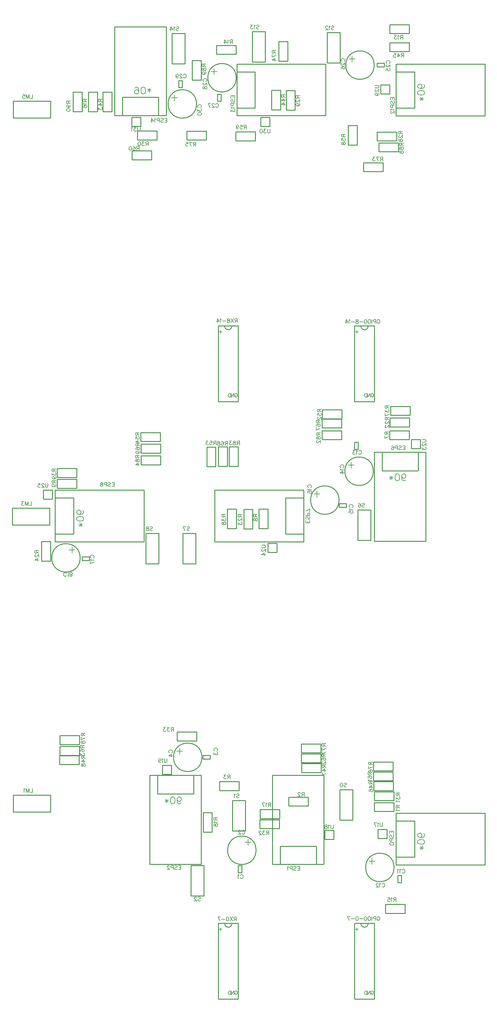
<source format=gbo>
G04 ---------------------------- Layer name :BOTTOM SILK LAYER*
G04 EasyEDA v5.8.16, Sun, 14 Oct 2018 04:50:05 GMT*
G04 5a396672bee444fbbd75647f7a64e84d*
G04 Gerber Generator version 0.2*
G04 Scale: 100 percent, Rotated: No, Reflected: No *
G04 Dimensions in millimeters *
G04 leading zeros omitted , absolute positions ,3 integer and 3 decimal *
%FSLAX33Y33*%
%MOMM*%
G90*
G71D02*

%ADD10C,0.254000*%
%ADD25C,0.177800*%
%ADD26C,0.203200*%

%LPD*%
G54D10*
G01X17780Y162814D02*
G01X17780Y158115D01*
G01X7239Y162814D02*
G01X7239Y158115D01*
G01X17780Y162814D02*
G01X7239Y162814D01*
G01X17780Y158115D02*
G01X7239Y158115D01*
G01X17526Y243586D02*
G01X17526Y238887D01*
G01X6985Y243586D02*
G01X6985Y238887D01*
G01X17526Y243586D02*
G01X6985Y243586D01*
G01X17526Y238887D02*
G01X6985Y238887D01*
G01X17780Y358140D02*
G01X17780Y353441D01*
G01X7239Y358140D02*
G01X7239Y353441D01*
G01X17780Y358140D02*
G01X7239Y358140D01*
G01X17780Y353441D02*
G01X7239Y353441D01*
G01X113284Y362712D02*
G01X110744Y362712D01*
G01X113284Y360172D02*
G01X110744Y360172D01*
G01X110744Y362712D02*
G01X110744Y360172D01*
G01X113284Y362712D02*
G01X113284Y360172D01*
G01X79502Y353568D02*
G01X76962Y353568D01*
G01X79502Y351028D02*
G01X76962Y351028D01*
G01X76962Y353568D02*
G01X76962Y351028D01*
G01X79502Y353568D02*
G01X79502Y351028D01*
G01X43180Y353568D02*
G01X40640Y353568D01*
G01X43180Y351028D02*
G01X40640Y351028D01*
G01X40640Y353568D02*
G01X40640Y351028D01*
G01X43180Y353568D02*
G01X43180Y351028D01*
G01X121920Y262890D02*
G01X119380Y262890D01*
G01X121920Y260350D02*
G01X119380Y260350D01*
G01X119380Y262890D02*
G01X119380Y260350D01*
G01X121920Y262890D02*
G01X121920Y260350D01*
G01X81534Y233680D02*
G01X78994Y233680D01*
G01X81534Y231140D02*
G01X78994Y231140D01*
G01X78994Y233680D02*
G01X78994Y231140D01*
G01X81534Y233680D02*
G01X81534Y231140D01*
G01X18288Y248666D02*
G01X15748Y248666D01*
G01X18288Y246126D02*
G01X15748Y246126D01*
G01X15748Y248666D02*
G01X15748Y246126D01*
G01X18288Y248666D02*
G01X18288Y246126D01*
G01X112522Y153162D02*
G01X109982Y153162D01*
G01X112522Y150622D02*
G01X109982Y150622D01*
G01X109982Y153162D02*
G01X109982Y150622D01*
G01X112522Y153162D02*
G01X112522Y150622D01*
G01X97536Y152908D02*
G01X94996Y152908D01*
G01X97536Y150368D02*
G01X94996Y150368D01*
G01X94996Y152908D02*
G01X94996Y150368D01*
G01X97536Y152908D02*
G01X97536Y150368D01*
G01X51816Y171196D02*
G01X49276Y171196D01*
G01X51816Y168656D02*
G01X49276Y168656D01*
G01X49276Y171196D02*
G01X49276Y168656D01*
G01X51816Y171196D02*
G01X51816Y168656D01*
G01X108966Y126746D02*
G01X103378Y126746D01*
G01X103378Y105410D01*
G01X108966Y105410D01*
G01X108966Y126746D01*
G01X108966Y126746D01*
G01X70612Y126746D02*
G01X65024Y126746D01*
G01X65024Y105410D01*
G01X70612Y105410D01*
G01X70612Y126746D01*
G01X70612Y126746D01*
G01X70612Y294894D02*
G01X65024Y294894D01*
G01X65024Y273558D01*
G01X70612Y273558D01*
G01X70612Y294894D01*
G01X70612Y294894D01*
G01X108966Y294894D02*
G01X103378Y294894D01*
G01X103378Y273558D01*
G01X108966Y273558D01*
G01X108966Y294894D01*
G01X108966Y294894D01*
G01X94742Y168402D02*
G01X80241Y168402D01*
G01X94742Y143400D02*
G01X80241Y143400D01*
G01X94742Y168402D02*
G01X94742Y143400D01*
G01X80241Y168402D02*
G01X80241Y143400D01*
G01X92572Y148480D02*
G01X92572Y143400D01*
G01X82412Y148480D02*
G01X82412Y143400D01*
G01X92572Y148480D02*
G01X82412Y148480D01*
G01X60198Y168402D02*
G01X45697Y168402D01*
G01X60198Y143400D02*
G01X45697Y143400D01*
G01X60198Y168402D02*
G01X60198Y143400D01*
G01X45697Y168402D02*
G01X45697Y143400D01*
G01X58028Y168292D02*
G01X58028Y163212D01*
G01X47868Y168292D02*
G01X47868Y163212D01*
G01X58028Y163212D02*
G01X47868Y163212D01*
G01X123444Y259334D02*
G01X108943Y259334D01*
G01X123444Y234332D02*
G01X108943Y234332D01*
G01X123444Y259334D02*
G01X123444Y234332D01*
G01X108943Y259334D02*
G01X108943Y234332D01*
G01X121274Y259224D02*
G01X121274Y254144D01*
G01X111114Y259224D02*
G01X111114Y254144D01*
G01X121274Y254144D02*
G01X111114Y254144D01*
G01X35814Y354076D02*
G01X50314Y354076D01*
G01X35814Y379074D02*
G01X50314Y379074D01*
G01X35814Y354076D02*
G01X35814Y379074D01*
G01X50314Y354076D02*
G01X50314Y379074D01*
G01X37983Y354182D02*
G01X37983Y359262D01*
G01X48143Y354182D02*
G01X48143Y359262D01*
G01X37983Y359262D02*
G01X48143Y359262D01*
G01X115062Y368554D02*
G01X115062Y354053D01*
G01X140063Y368554D02*
G01X140063Y354053D01*
G01X115062Y368554D02*
G01X140063Y368554D01*
G01X115062Y354053D02*
G01X140063Y354053D01*
G01X115171Y366384D02*
G01X120251Y366384D01*
G01X115171Y356224D02*
G01X120251Y356224D01*
G01X120251Y366384D02*
G01X120251Y356224D01*
G01X95250Y354076D02*
G01X95250Y368576D01*
G01X70251Y354076D02*
G01X70251Y368576D01*
G01X95250Y354076D02*
G01X70251Y354076D01*
G01X95250Y368576D02*
G01X70251Y368576D01*
G01X75331Y356245D02*
G01X70251Y356245D01*
G01X75331Y366405D02*
G01X70251Y366405D01*
G01X75331Y356245D02*
G01X75331Y366405D01*
G01X113284Y377190D02*
G01X113284Y379689D01*
G01X113284Y377190D02*
G01X118783Y377190D01*
G01X118783Y377190D02*
G01X118784Y379689D01*
G01X113284Y379689D02*
G01X118783Y379689D01*
G01X64516Y371348D02*
G01X64516Y373847D01*
G01X64516Y371348D02*
G01X70015Y371348D01*
G01X70015Y371348D02*
G01X70015Y373847D01*
G01X64516Y373847D02*
G01X70015Y373847D01*
G01X28448Y360680D02*
G01X30947Y360680D01*
G01X28448Y360680D02*
G01X28448Y355180D01*
G01X28448Y355180D02*
G01X30947Y355179D01*
G01X30947Y360680D02*
G01X30947Y355180D01*
G01X109728Y368808D02*
G01X109728Y367792D01*
G01X109728Y368808D02*
G01X111726Y368808D01*
G01X109728Y367792D02*
G01X111726Y367792D01*
G01X111727Y368808D02*
G01X111727Y367792D01*
G01X64770Y358140D02*
G01X65786Y358140D01*
G01X64770Y358140D02*
G01X64770Y360138D01*
G01X65786Y358140D02*
G01X65786Y360138D01*
G01X64770Y360139D02*
G01X65786Y360139D01*
G01X53848Y361950D02*
G01X54864Y361950D01*
G01X53848Y361950D02*
G01X53848Y363948D01*
G01X54864Y361950D02*
G01X54864Y363948D01*
G01X53848Y363949D02*
G01X54864Y363949D01*
G01X32512Y360680D02*
G01X35011Y360680D01*
G01X32512Y360680D02*
G01X32512Y355180D01*
G01X32512Y355180D02*
G01X35011Y355179D01*
G01X35011Y360680D02*
G01X35011Y355180D01*
G01X80010Y361188D02*
G01X82509Y361188D01*
G01X80010Y361188D02*
G01X80010Y355688D01*
G01X80010Y355688D02*
G01X82509Y355687D01*
G01X82509Y361188D02*
G01X82509Y355688D01*
G01X113284Y372110D02*
G01X113284Y374609D01*
G01X113284Y372110D02*
G01X118783Y372110D01*
G01X118783Y372110D02*
G01X118784Y374609D01*
G01X113284Y374609D02*
G01X118783Y374609D01*
G01X109728Y346964D02*
G01X109728Y349463D01*
G01X109728Y346964D02*
G01X115227Y346964D01*
G01X115227Y346964D02*
G01X115227Y349463D01*
G01X109728Y349463D02*
G01X115227Y349463D01*
G01X86614Y355600D02*
G01X84114Y355600D01*
G01X86614Y355600D02*
G01X86614Y361099D01*
G01X86614Y361099D02*
G01X84114Y361100D01*
G01X84114Y355600D02*
G01X84114Y361099D01*
G01X47752Y349758D02*
G01X47752Y347258D01*
G01X47752Y349758D02*
G01X42252Y349758D01*
G01X42252Y349758D02*
G01X42252Y347258D01*
G01X47752Y347258D02*
G01X42252Y347258D01*
G01X113284Y262890D02*
G01X113284Y265389D01*
G01X113284Y262890D02*
G01X118783Y262890D01*
G01X118783Y262890D02*
G01X118784Y265389D01*
G01X113284Y265389D02*
G01X118783Y265389D01*
G01X76454Y243332D02*
G01X78953Y243332D01*
G01X76454Y243332D02*
G01X76454Y237832D01*
G01X76454Y237832D02*
G01X78953Y237831D01*
G01X78953Y243332D02*
G01X78953Y237832D01*
G01X25146Y251714D02*
G01X25146Y249214D01*
G01X25146Y251714D02*
G01X19646Y251714D01*
G01X19646Y251714D02*
G01X19645Y249214D01*
G01X25146Y249214D02*
G01X19646Y249214D01*
G01X104394Y262128D02*
G01X103378Y262128D01*
G01X104394Y262128D02*
G01X104394Y260129D01*
G01X103378Y262128D02*
G01X103378Y260129D01*
G01X104394Y260129D02*
G01X103378Y260129D01*
G01X99060Y244856D02*
G01X99060Y243840D01*
G01X99060Y244856D02*
G01X101058Y244856D01*
G01X99060Y243840D02*
G01X101058Y243840D01*
G01X101059Y244856D02*
G01X101059Y243840D01*
G01X26670Y229870D02*
G01X26670Y228854D01*
G01X26670Y229870D02*
G01X28668Y229870D01*
G01X26670Y228854D02*
G01X28668Y228854D01*
G01X28669Y229870D02*
G01X28669Y228854D01*
G01X113538Y269748D02*
G01X113538Y272247D01*
G01X113538Y269748D02*
G01X119037Y269748D01*
G01X119037Y269748D02*
G01X119038Y272247D01*
G01X113538Y272247D02*
G01X119037Y272247D01*
G01X67564Y243332D02*
G01X70063Y243332D01*
G01X67564Y243332D02*
G01X67564Y237832D01*
G01X67564Y237832D02*
G01X70063Y237831D01*
G01X70063Y243332D02*
G01X70063Y237832D01*
G01X25146Y254762D02*
G01X25146Y252262D01*
G01X25146Y254762D02*
G01X19646Y254762D01*
G01X19646Y254762D02*
G01X19645Y252262D01*
G01X25146Y252262D02*
G01X19646Y252262D01*
G01X118872Y268986D02*
G01X118872Y266486D01*
G01X118872Y268986D02*
G01X113372Y268986D01*
G01X113372Y268986D02*
G01X113371Y266486D01*
G01X118872Y266486D02*
G01X113372Y266486D01*
G01X74676Y237744D02*
G01X72176Y237744D01*
G01X74676Y237744D02*
G01X74676Y243243D01*
G01X74676Y243243D02*
G01X72176Y243244D01*
G01X72176Y237744D02*
G01X72176Y243243D01*
G01X15240Y234188D02*
G01X17739Y234188D01*
G01X15240Y234188D02*
G01X15240Y228688D01*
G01X15240Y228688D02*
G01X17739Y228687D01*
G01X17739Y234188D02*
G01X17739Y228688D01*
G01X108966Y158242D02*
G01X108966Y160741D01*
G01X108966Y158242D02*
G01X114465Y158242D01*
G01X114465Y158242D02*
G01X114465Y160741D01*
G01X108966Y160741D02*
G01X114465Y160741D01*
G01X84836Y159766D02*
G01X84836Y162265D01*
G01X84836Y159766D02*
G01X90335Y159766D01*
G01X90335Y159766D02*
G01X90336Y162265D01*
G01X84836Y162265D02*
G01X90335Y162265D01*
G01X70866Y166624D02*
G01X70866Y164124D01*
G01X70866Y166624D02*
G01X65366Y166624D01*
G01X65366Y166624D02*
G01X65365Y164124D01*
G01X70866Y164124D02*
G01X65366Y164124D01*
G01X71628Y143002D02*
G01X70612Y143002D01*
G01X71628Y143002D02*
G01X71628Y141003D01*
G01X70612Y143002D02*
G01X70612Y141003D01*
G01X71628Y141002D02*
G01X70612Y141002D01*
G01X60706Y173990D02*
G01X60706Y172974D01*
G01X60706Y173990D02*
G01X62704Y173990D01*
G01X60706Y172974D02*
G01X62704Y172974D01*
G01X62704Y173990D02*
G01X62704Y172974D01*
G01X108966Y161290D02*
G01X108966Y163789D01*
G01X108966Y161290D02*
G01X114465Y161290D01*
G01X114465Y161290D02*
G01X114465Y163789D01*
G01X108966Y163789D02*
G01X114465Y163789D01*
G01X76708Y153416D02*
G01X76708Y155915D01*
G01X76708Y153416D02*
G01X82207Y153416D01*
G01X82207Y153416D02*
G01X82208Y155915D01*
G01X76708Y155915D02*
G01X82207Y155915D01*
G01X58928Y180594D02*
G01X58928Y178094D01*
G01X58928Y180594D02*
G01X53428Y180594D01*
G01X53428Y180594D02*
G01X53427Y178094D01*
G01X58928Y178094D02*
G01X53428Y178094D01*
G01X117602Y132080D02*
G01X117602Y129580D01*
G01X117602Y132080D02*
G01X112102Y132080D01*
G01X112102Y132080D02*
G01X112101Y129580D01*
G01X117602Y129580D02*
G01X112102Y129580D01*
G01X82296Y158750D02*
G01X82296Y156250D01*
G01X82296Y158750D02*
G01X76796Y158750D01*
G01X76796Y158750D02*
G01X76795Y156250D01*
G01X82296Y156250D02*
G01X76796Y156250D01*
G01X63246Y152400D02*
G01X60746Y152400D01*
G01X63246Y152400D02*
G01X63246Y157899D01*
G01X63246Y157899D02*
G01X60746Y157900D01*
G01X60746Y152400D02*
G01X60746Y157899D01*
G01X116586Y140208D02*
G01X115570Y140208D01*
G01X116586Y140208D02*
G01X116586Y138209D01*
G01X115570Y140208D02*
G01X115570Y138209D01*
G01X116586Y138208D02*
G01X115570Y138208D01*
G01X115062Y157734D02*
G01X115062Y143233D01*
G01X140063Y157734D02*
G01X140063Y143233D01*
G01X115062Y157734D02*
G01X140063Y157734D01*
G01X115062Y143233D02*
G01X140063Y143233D01*
G01X115171Y155564D02*
G01X120251Y155564D01*
G01X115171Y145404D02*
G01X120251Y145404D01*
G01X120251Y155564D02*
G01X120251Y145404D01*
G01X64008Y248666D02*
G01X64008Y234165D01*
G01X89009Y248666D02*
G01X89009Y234165D01*
G01X64008Y248666D02*
G01X89009Y248666D01*
G01X64008Y234165D02*
G01X89009Y234165D01*
G01X83929Y246496D02*
G01X89009Y246496D01*
G01X83929Y236336D02*
G01X89009Y236336D01*
G01X83929Y246496D02*
G01X83929Y236336D01*
G01X19050Y248666D02*
G01X19050Y234165D01*
G01X44051Y248666D02*
G01X44051Y234165D01*
G01X19050Y248666D02*
G01X44051Y248666D01*
G01X19050Y234165D02*
G01X44051Y234165D01*
G01X19159Y246496D02*
G01X24239Y246496D01*
G01X19159Y236336D02*
G01X24239Y236336D01*
G01X24239Y246496D02*
G01X24239Y236336D01*
G01X102870Y164338D02*
G01X99170Y164338D01*
G01X102870Y164338D02*
G01X102870Y155838D01*
G01X99170Y164338D02*
G01X99170Y155838D01*
G01X102870Y155837D02*
G01X99170Y155837D01*
G01X72644Y161290D02*
G01X68944Y161290D01*
G01X72644Y161290D02*
G01X72644Y152790D01*
G01X68944Y161290D02*
G01X68944Y152790D01*
G01X72644Y152789D02*
G01X68944Y152789D01*
G01X60960Y143002D02*
G01X57260Y143002D01*
G01X60960Y143002D02*
G01X60960Y134502D01*
G01X57260Y143002D02*
G01X57260Y134502D01*
G01X60960Y134501D02*
G01X57260Y134501D01*
G01X101600Y351282D02*
G01X104099Y351282D01*
G01X101600Y351282D02*
G01X101600Y345782D01*
G01X101600Y345782D02*
G01X104099Y345782D01*
G01X104099Y351282D02*
G01X104099Y345782D01*
G01X75438Y349504D02*
G01X75438Y347004D01*
G01X75438Y349504D02*
G01X69938Y349504D01*
G01X69938Y349504D02*
G01X69938Y347004D01*
G01X75438Y347004D02*
G01X69938Y347004D01*
G01X46228Y344170D02*
G01X46228Y341670D01*
G01X46228Y344170D02*
G01X40728Y344170D01*
G01X40728Y344170D02*
G01X40728Y341670D01*
G01X46228Y341670D02*
G01X40728Y341670D01*
G01X105918Y338328D02*
G01X105918Y340827D01*
G01X105918Y338328D02*
G01X111417Y338328D01*
G01X111417Y338328D02*
G01X111417Y340827D01*
G01X105918Y340827D02*
G01X111417Y340827D01*
G01X82042Y374904D02*
G01X84541Y374904D01*
G01X82042Y374904D02*
G01X82042Y369404D01*
G01X82042Y369404D02*
G01X84541Y369404D01*
G01X84541Y374904D02*
G01X84541Y369404D01*
G01X56134Y347218D02*
G01X56134Y349717D01*
G01X56134Y347218D02*
G01X61633Y347218D01*
G01X61633Y347218D02*
G01X61633Y349717D01*
G01X56134Y349717D02*
G01X61633Y349717D01*
G01X110236Y343916D02*
G01X110236Y346415D01*
G01X110236Y343916D02*
G01X115735Y343916D01*
G01X115735Y343916D02*
G01X115735Y346415D01*
G01X110236Y346415D02*
G01X115735Y346415D01*
G01X57658Y369570D02*
G01X60157Y369570D01*
G01X57658Y369570D02*
G01X57658Y364070D01*
G01X57658Y364070D02*
G01X60157Y364070D01*
G01X60157Y369570D02*
G01X60157Y364070D01*
G01X24130Y360680D02*
G01X26629Y360680D01*
G01X24130Y360680D02*
G01X24130Y355180D01*
G01X24130Y355180D02*
G01X26629Y355180D01*
G01X26629Y360680D02*
G01X26629Y355180D01*
G01X99822Y271272D02*
G01X99822Y268772D01*
G01X99822Y271272D02*
G01X94322Y271272D01*
G01X94322Y271272D02*
G01X94322Y268772D01*
G01X99822Y268772D02*
G01X94322Y268772D01*
G01X64262Y255270D02*
G01X61762Y255270D01*
G01X64262Y255270D02*
G01X64262Y260769D01*
G01X64262Y260769D02*
G01X61762Y260769D01*
G01X61762Y255270D02*
G01X61762Y260769D01*
G01X43180Y262382D02*
G01X43180Y264881D01*
G01X43180Y262382D02*
G01X48679Y262382D01*
G01X48679Y262382D02*
G01X48679Y264881D01*
G01X43180Y264881D02*
G01X48679Y264881D01*
G01X94234Y266192D02*
G01X94234Y268691D01*
G01X94234Y266192D02*
G01X99733Y266192D01*
G01X99733Y266192D02*
G01X99733Y268691D01*
G01X94234Y268691D02*
G01X99733Y268691D01*
G01X65024Y260858D02*
G01X67523Y260858D01*
G01X65024Y260858D02*
G01X65024Y255358D01*
G01X65024Y255358D02*
G01X67523Y255358D01*
G01X67523Y260858D02*
G01X67523Y255358D01*
G01X48768Y261620D02*
G01X48768Y259120D01*
G01X48768Y261620D02*
G01X43268Y261620D01*
G01X43268Y261620D02*
G01X43268Y259120D01*
G01X48768Y259120D02*
G01X43268Y259120D01*
G01X94234Y262890D02*
G01X94234Y265389D01*
G01X94234Y262890D02*
G01X99733Y262890D01*
G01X99733Y262890D02*
G01X99733Y265389D01*
G01X94234Y265389D02*
G01X99733Y265389D01*
G01X68072Y260858D02*
G01X70571Y260858D01*
G01X68072Y260858D02*
G01X68072Y255358D01*
G01X68072Y255358D02*
G01X70571Y255358D01*
G01X70571Y260858D02*
G01X70571Y255358D01*
G01X48768Y258318D02*
G01X48768Y255818D01*
G01X48768Y258318D02*
G01X43268Y258318D01*
G01X43268Y258318D02*
G01X43268Y255818D01*
G01X48768Y255818D02*
G01X43268Y255818D01*
G01X48260Y236474D02*
G01X44560Y236474D01*
G01X48260Y236474D02*
G01X48260Y227974D01*
G01X44560Y236474D02*
G01X44560Y227974D01*
G01X48260Y227973D02*
G01X44560Y227973D01*
G01X99314Y377444D02*
G01X95614Y377444D01*
G01X99314Y377444D02*
G01X99314Y368944D01*
G01X95614Y377444D02*
G01X95614Y368944D01*
G01X99314Y368943D02*
G01X95614Y368943D01*
G01X78232Y377698D02*
G01X74532Y377698D01*
G01X78232Y377698D02*
G01X78232Y369198D01*
G01X74532Y377698D02*
G01X74532Y369198D01*
G01X78232Y369197D02*
G01X74532Y369197D01*
G01X107950Y243078D02*
G01X104250Y243078D01*
G01X107950Y243078D02*
G01X107950Y234578D01*
G01X104250Y243078D02*
G01X104250Y234578D01*
G01X107950Y234577D02*
G01X104250Y234577D01*
G01X55626Y377190D02*
G01X51926Y377190D01*
G01X55626Y377190D02*
G01X55626Y368690D01*
G01X51926Y377190D02*
G01X51926Y368690D01*
G01X55626Y368689D02*
G01X51926Y368689D01*
G01X58674Y236474D02*
G01X54974Y236474D01*
G01X58674Y236474D02*
G01X58674Y227974D01*
G01X54974Y236474D02*
G01X54974Y227974D01*
G01X58674Y227973D02*
G01X54974Y227973D01*
G01X114300Y166624D02*
G01X114300Y164124D01*
G01X114300Y166624D02*
G01X108800Y166624D01*
G01X108800Y166624D02*
G01X108800Y164124D01*
G01X114300Y164124D02*
G01X108800Y164124D01*
G01X93980Y171704D02*
G01X93980Y169204D01*
G01X93980Y171704D02*
G01X88480Y171704D01*
G01X88480Y171704D02*
G01X88480Y169204D01*
G01X93980Y169204D02*
G01X88480Y169204D01*
G01X20320Y171450D02*
G01X20320Y173949D01*
G01X20320Y171450D02*
G01X25819Y171450D01*
G01X25819Y171450D02*
G01X25819Y173949D01*
G01X20320Y173949D02*
G01X25819Y173949D01*
G01X108712Y166878D02*
G01X108712Y169377D01*
G01X108712Y166878D02*
G01X114211Y166878D01*
G01X114211Y166878D02*
G01X114211Y169377D01*
G01X108712Y169377D02*
G01X114211Y169377D01*
G01X88392Y171958D02*
G01X88392Y174457D01*
G01X88392Y171958D02*
G01X93891Y171958D01*
G01X93891Y171958D02*
G01X93891Y174457D01*
G01X88392Y174457D02*
G01X93891Y174457D01*
G01X25908Y176530D02*
G01X25908Y174030D01*
G01X25908Y176530D02*
G01X20408Y176530D01*
G01X20408Y176530D02*
G01X20408Y174030D01*
G01X25908Y174030D02*
G01X20408Y174030D01*
G01X108712Y169672D02*
G01X108712Y172171D01*
G01X108712Y169672D02*
G01X114211Y169672D01*
G01X114211Y169672D02*
G01X114211Y172171D01*
G01X108712Y172171D02*
G01X114211Y172171D01*
G01X88392Y174752D02*
G01X88392Y177251D01*
G01X88392Y174752D02*
G01X93891Y174752D01*
G01X93891Y174752D02*
G01X93891Y177251D01*
G01X88392Y177251D02*
G01X93891Y177251D01*
G01X25908Y179578D02*
G01X25908Y177078D01*
G01X25908Y179578D02*
G01X20408Y179578D01*
G01X20408Y179578D02*
G01X20408Y177078D01*
G01X25908Y177078D02*
G01X20408Y177078D01*
G54D25*
G01X12700Y164706D02*
G01X12700Y163616D01*
G01X12700Y163616D02*
G01X12077Y163616D01*
G01X11734Y164706D02*
G01X11734Y163616D01*
G01X11734Y164706D02*
G01X11318Y163616D01*
G01X10901Y164706D02*
G01X11318Y163616D01*
G01X10901Y164706D02*
G01X10901Y163616D01*
G01X10558Y164500D02*
G01X10454Y164551D01*
G01X10299Y164706D01*
G01X10299Y163616D01*
G01X12446Y245478D02*
G01X12446Y244388D01*
G01X12446Y244388D02*
G01X11823Y244388D01*
G01X11480Y245478D02*
G01X11480Y244388D01*
G01X11480Y245478D02*
G01X11064Y244388D01*
G01X10647Y245478D02*
G01X11064Y244388D01*
G01X10647Y245478D02*
G01X10647Y244388D01*
G01X10200Y245478D02*
G01X9629Y245478D01*
G01X9941Y245064D01*
G01X9786Y245064D01*
G01X9682Y245010D01*
G01X9629Y244960D01*
G01X9578Y244805D01*
G01X9578Y244701D01*
G01X9629Y244543D01*
G01X9733Y244439D01*
G01X9890Y244388D01*
G01X10045Y244388D01*
G01X10200Y244439D01*
G01X10253Y244492D01*
G01X10304Y244596D01*
G01X12700Y360032D02*
G01X12700Y358942D01*
G01X12700Y358942D02*
G01X12077Y358942D01*
G01X11734Y360032D02*
G01X11734Y358942D01*
G01X11734Y360032D02*
G01X11318Y358942D01*
G01X10901Y360032D02*
G01X11318Y358942D01*
G01X10901Y360032D02*
G01X10901Y358942D01*
G01X9936Y360032D02*
G01X10454Y360032D01*
G01X10507Y359564D01*
G01X10454Y359618D01*
G01X10299Y359669D01*
G01X10144Y359669D01*
G01X9987Y359618D01*
G01X9883Y359514D01*
G01X9832Y359359D01*
G01X9832Y359255D01*
G01X9883Y359097D01*
G01X9987Y358993D01*
G01X10144Y358942D01*
G01X10299Y358942D01*
G01X10454Y358993D01*
G01X10507Y359046D01*
G01X10558Y359150D01*
G01X109128Y362597D02*
G01X109905Y362597D01*
G01X110063Y362546D01*
G01X110167Y362442D01*
G01X110218Y362285D01*
G01X110218Y362181D01*
G01X110167Y362026D01*
G01X110063Y361922D01*
G01X109905Y361871D01*
G01X109128Y361871D01*
G01X109387Y361475D02*
G01X109334Y361475D01*
G01X109230Y361424D01*
G01X109179Y361370D01*
G01X109128Y361266D01*
G01X109128Y361061D01*
G01X109179Y360956D01*
G01X109230Y360903D01*
G01X109334Y360852D01*
G01X109438Y360852D01*
G01X109542Y360903D01*
G01X109700Y361007D01*
G01X110218Y361528D01*
G01X110218Y360799D01*
G01X109491Y359780D02*
G01X109646Y359834D01*
G01X109750Y359938D01*
G01X109801Y360093D01*
G01X109801Y360146D01*
G01X109750Y360301D01*
G01X109646Y360405D01*
G01X109491Y360456D01*
G01X109438Y360456D01*
G01X109283Y360405D01*
G01X109179Y360301D01*
G01X109128Y360146D01*
G01X109128Y360093D01*
G01X109179Y359938D01*
G01X109283Y359834D01*
G01X109491Y359780D01*
G01X109750Y359780D01*
G01X110009Y359834D01*
G01X110167Y359938D01*
G01X110218Y360093D01*
G01X110218Y360197D01*
G01X110167Y360352D01*
G01X110063Y360405D01*
G01X79575Y350266D02*
G01X79575Y349488D01*
G01X79524Y349331D01*
G01X79420Y349227D01*
G01X79263Y349176D01*
G01X79159Y349176D01*
G01X79004Y349227D01*
G01X78900Y349331D01*
G01X78849Y349488D01*
G01X78849Y350266D01*
G01X78402Y350266D02*
G01X77830Y350266D01*
G01X78140Y349851D01*
G01X77985Y349851D01*
G01X77881Y349798D01*
G01X77830Y349747D01*
G01X77777Y349592D01*
G01X77777Y349488D01*
G01X77830Y349331D01*
G01X77934Y349227D01*
G01X78089Y349176D01*
G01X78244Y349176D01*
G01X78402Y349227D01*
G01X78452Y349280D01*
G01X78506Y349384D01*
G01X77124Y350266D02*
G01X77279Y350215D01*
G01X77383Y350060D01*
G01X77434Y349798D01*
G01X77434Y349643D01*
G01X77383Y349384D01*
G01X77279Y349227D01*
G01X77124Y349176D01*
G01X77020Y349176D01*
G01X76862Y349227D01*
G01X76758Y349384D01*
G01X76708Y349643D01*
G01X76708Y349798D01*
G01X76758Y350060D01*
G01X76862Y350215D01*
G01X77020Y350266D01*
G01X77124Y350266D01*
G01X43040Y350774D02*
G01X43040Y349996D01*
G01X42989Y349839D01*
G01X42885Y349735D01*
G01X42727Y349684D01*
G01X42623Y349684D01*
G01X42468Y349735D01*
G01X42364Y349839D01*
G01X42313Y349996D01*
G01X42313Y350774D01*
G01X41866Y350774D02*
G01X41295Y350774D01*
G01X41605Y350359D01*
G01X41450Y350359D01*
G01X41346Y350306D01*
G01X41295Y350255D01*
G01X41242Y350100D01*
G01X41242Y349996D01*
G01X41295Y349839D01*
G01X41399Y349735D01*
G01X41554Y349684D01*
G01X41709Y349684D01*
G01X41866Y349735D01*
G01X41917Y349788D01*
G01X41971Y349892D01*
G01X40899Y350568D02*
G01X40794Y350619D01*
G01X40640Y350774D01*
G01X40640Y349684D01*
G01X122428Y262890D02*
G01X123205Y262890D01*
G01X123362Y262839D01*
G01X123466Y262735D01*
G01X123517Y262577D01*
G01X123517Y262473D01*
G01X123466Y262318D01*
G01X123362Y262214D01*
G01X123205Y262163D01*
G01X122428Y262163D01*
G01X122687Y261767D02*
G01X122633Y261767D01*
G01X122529Y261716D01*
G01X122478Y261663D01*
G01X122428Y261559D01*
G01X122428Y261353D01*
G01X122478Y261249D01*
G01X122529Y261195D01*
G01X122633Y261145D01*
G01X122737Y261145D01*
G01X122842Y261195D01*
G01X122999Y261299D01*
G01X123517Y261820D01*
G01X123517Y261091D01*
G01X122428Y260644D02*
G01X122428Y260073D01*
G01X122842Y260385D01*
G01X122842Y260230D01*
G01X122895Y260126D01*
G01X122946Y260073D01*
G01X123101Y260022D01*
G01X123205Y260022D01*
G01X123362Y260073D01*
G01X123466Y260177D01*
G01X123517Y260334D01*
G01X123517Y260489D01*
G01X123466Y260644D01*
G01X123413Y260697D01*
G01X123309Y260748D01*
G01X77216Y233172D02*
G01X77993Y233172D01*
G01X78150Y233121D01*
G01X78254Y233017D01*
G01X78305Y232859D01*
G01X78305Y232755D01*
G01X78254Y232600D01*
G01X78150Y232496D01*
G01X77993Y232445D01*
G01X77216Y232445D01*
G01X77475Y232049D02*
G01X77421Y232049D01*
G01X77317Y231998D01*
G01X77266Y231945D01*
G01X77216Y231841D01*
G01X77216Y231635D01*
G01X77266Y231531D01*
G01X77317Y231477D01*
G01X77421Y231427D01*
G01X77525Y231427D01*
G01X77630Y231477D01*
G01X77787Y231581D01*
G01X78305Y232102D01*
G01X78305Y231373D01*
G01X77216Y230512D02*
G01X77942Y231030D01*
G01X77942Y230251D01*
G01X77216Y230512D02*
G01X78305Y230512D01*
G01X17018Y250558D02*
G01X17018Y249781D01*
G01X16967Y249623D01*
G01X16863Y249519D01*
G01X16705Y249468D01*
G01X16601Y249468D01*
G01X16446Y249519D01*
G01X16342Y249623D01*
G01X16291Y249781D01*
G01X16291Y250558D01*
G01X15895Y250299D02*
G01X15895Y250352D01*
G01X15844Y250456D01*
G01X15791Y250507D01*
G01X15687Y250558D01*
G01X15481Y250558D01*
G01X15377Y250507D01*
G01X15323Y250456D01*
G01X15273Y250352D01*
G01X15273Y250248D01*
G01X15323Y250144D01*
G01X15427Y249986D01*
G01X15948Y249468D01*
G01X15219Y249468D01*
G01X14254Y250558D02*
G01X14772Y250558D01*
G01X14825Y250090D01*
G01X14772Y250144D01*
G01X14617Y250195D01*
G01X14462Y250195D01*
G01X14305Y250144D01*
G01X14201Y250040D01*
G01X14150Y249885D01*
G01X14150Y249781D01*
G01X14201Y249623D01*
G01X14305Y249519D01*
G01X14462Y249468D01*
G01X14617Y249468D01*
G01X14772Y249519D01*
G01X14825Y249572D01*
G01X14876Y249676D01*
G01X111252Y155054D02*
G01X111252Y154277D01*
G01X111201Y154119D01*
G01X111097Y154015D01*
G01X110939Y153964D01*
G01X110835Y153964D01*
G01X110680Y154015D01*
G01X110576Y154119D01*
G01X110525Y154277D01*
G01X110525Y155054D01*
G01X110182Y154848D02*
G01X110078Y154899D01*
G01X109921Y155054D01*
G01X109921Y153964D01*
G01X108851Y155054D02*
G01X109372Y153964D01*
G01X109578Y155054D02*
G01X108851Y155054D01*
G01X97396Y154432D02*
G01X97396Y153654D01*
G01X97345Y153497D01*
G01X97241Y153393D01*
G01X97083Y153342D01*
G01X96979Y153342D01*
G01X96824Y153393D01*
G01X96720Y153497D01*
G01X96669Y153654D01*
G01X96669Y154432D01*
G01X96327Y154226D02*
G01X96222Y154277D01*
G01X96065Y154432D01*
G01X96065Y153342D01*
G01X95463Y154432D02*
G01X95618Y154381D01*
G01X95671Y154277D01*
G01X95671Y154172D01*
G01X95618Y154068D01*
G01X95516Y154017D01*
G01X95308Y153964D01*
G01X95150Y153913D01*
G01X95046Y153809D01*
G01X94996Y153705D01*
G01X94996Y153550D01*
G01X95046Y153446D01*
G01X95100Y153393D01*
G01X95255Y153342D01*
G01X95463Y153342D01*
G01X95618Y153393D01*
G01X95671Y153446D01*
G01X95722Y153550D01*
G01X95722Y153705D01*
G01X95671Y153809D01*
G01X95567Y153913D01*
G01X95412Y153964D01*
G01X95204Y154017D01*
G01X95100Y154068D01*
G01X95046Y154172D01*
G01X95046Y154277D01*
G01X95100Y154381D01*
G01X95255Y154432D01*
G01X95463Y154432D01*
G01X50546Y173088D02*
G01X50546Y172311D01*
G01X50495Y172153D01*
G01X50391Y172049D01*
G01X50233Y171998D01*
G01X50129Y171998D01*
G01X49974Y172049D01*
G01X49870Y172153D01*
G01X49819Y172311D01*
G01X49819Y173088D01*
G01X49476Y172882D02*
G01X49372Y172933D01*
G01X49215Y173088D01*
G01X49215Y171998D01*
G01X48196Y172725D02*
G01X48249Y172570D01*
G01X48353Y172466D01*
G01X48508Y172415D01*
G01X48562Y172415D01*
G01X48717Y172466D01*
G01X48821Y172570D01*
G01X48872Y172725D01*
G01X48872Y172778D01*
G01X48821Y172933D01*
G01X48717Y173037D01*
G01X48562Y173088D01*
G01X48508Y173088D01*
G01X48353Y173037D01*
G01X48249Y172933D01*
G01X48196Y172725D01*
G01X48196Y172466D01*
G01X48249Y172206D01*
G01X48353Y172049D01*
G01X48508Y171998D01*
G01X48613Y171998D01*
G01X48768Y172049D01*
G01X48821Y172153D01*
G01X109710Y128379D02*
G01X109763Y128483D01*
G01X109867Y128587D01*
G01X109969Y128638D01*
G01X110177Y128638D01*
G01X110281Y128587D01*
G01X110385Y128483D01*
G01X110439Y128379D01*
G01X110490Y128224D01*
G01X110490Y127965D01*
G01X110439Y127807D01*
G01X110385Y127703D01*
G01X110281Y127599D01*
G01X110177Y127548D01*
G01X109969Y127548D01*
G01X109867Y127599D01*
G01X109763Y127703D01*
G01X109710Y127807D01*
G01X109710Y127965D01*
G01X109969Y127965D02*
G01X109710Y127965D01*
G01X109367Y128638D02*
G01X109367Y127548D01*
G01X109367Y128638D02*
G01X108899Y128638D01*
G01X108745Y128587D01*
G01X108691Y128536D01*
G01X108640Y128432D01*
G01X108640Y128275D01*
G01X108691Y128170D01*
G01X108745Y128120D01*
G01X108899Y128066D01*
G01X109367Y128066D01*
G01X108297Y128638D02*
G01X108297Y127548D01*
G01X107642Y128638D02*
G01X107746Y128587D01*
G01X107850Y128483D01*
G01X107901Y128379D01*
G01X107955Y128224D01*
G01X107955Y127965D01*
G01X107901Y127807D01*
G01X107850Y127703D01*
G01X107746Y127599D01*
G01X107642Y127548D01*
G01X107434Y127548D01*
G01X107330Y127599D01*
G01X107226Y127703D01*
G01X107175Y127807D01*
G01X107124Y127965D01*
G01X107124Y128224D01*
G01X107175Y128379D01*
G01X107226Y128483D01*
G01X107330Y128587D01*
G01X107434Y128638D01*
G01X107642Y128638D01*
G01X106469Y128638D02*
G01X106624Y128587D01*
G01X106728Y128432D01*
G01X106781Y128170D01*
G01X106781Y128016D01*
G01X106728Y127756D01*
G01X106624Y127599D01*
G01X106469Y127548D01*
G01X106365Y127548D01*
G01X106210Y127599D01*
G01X106105Y127756D01*
G01X106052Y128016D01*
G01X106052Y128170D01*
G01X106105Y128432D01*
G01X106210Y128587D01*
G01X106365Y128638D01*
G01X106469Y128638D01*
G01X105709Y128016D02*
G01X104775Y128016D01*
G01X104119Y128638D02*
G01X104277Y128587D01*
G01X104381Y128432D01*
G01X104432Y128170D01*
G01X104432Y128016D01*
G01X104381Y127756D01*
G01X104277Y127599D01*
G01X104119Y127548D01*
G01X104015Y127548D01*
G01X103860Y127599D01*
G01X103756Y127756D01*
G01X103705Y128016D01*
G01X103705Y128170D01*
G01X103756Y128432D01*
G01X103860Y128587D01*
G01X104015Y128638D01*
G01X104119Y128638D01*
G01X103362Y128016D02*
G01X102425Y128016D01*
G01X101356Y128638D02*
G01X101876Y127548D01*
G01X102082Y128638D02*
G01X101356Y128638D01*
G54D26*
G01X103985Y125475D02*
G01X103985Y124658D01*
G01X104394Y125067D02*
G01X103576Y125067D01*
G01X108031Y107467D02*
G01X108074Y107558D01*
G01X108165Y107650D01*
G01X108257Y107696D01*
G01X108440Y107696D01*
G01X108529Y107650D01*
G01X108620Y107558D01*
G01X108666Y107467D01*
G01X108712Y107332D01*
G01X108712Y107104D01*
G01X108666Y106967D01*
G01X108620Y106878D01*
G01X108529Y106786D01*
G01X108440Y106740D01*
G01X108257Y106740D01*
G01X108165Y106786D01*
G01X108074Y106878D01*
G01X108031Y106967D01*
G01X108031Y107104D01*
G01X108257Y107104D02*
G01X108031Y107104D01*
G01X107729Y107696D02*
G01X107729Y106740D01*
G01X107729Y107696D02*
G01X107094Y106740D01*
G01X107094Y107696D02*
G01X107094Y106740D01*
G01X106794Y107696D02*
G01X106794Y106740D01*
G01X106794Y107696D02*
G01X106476Y107696D01*
G01X106339Y107650D01*
G01X106248Y107558D01*
G01X106202Y107467D01*
G01X106156Y107332D01*
G01X106156Y107104D01*
G01X106202Y106967D01*
G01X106248Y106878D01*
G01X106339Y106786D01*
G01X106476Y106740D01*
G01X106794Y106740D01*
G54D25*
G01X70104Y128524D02*
G01X70104Y127434D01*
G01X70104Y128524D02*
G01X69636Y128524D01*
G01X69481Y128473D01*
G01X69428Y128422D01*
G01X69377Y128318D01*
G01X69377Y128214D01*
G01X69428Y128109D01*
G01X69481Y128056D01*
G01X69636Y128005D01*
G01X70104Y128005D01*
G01X69740Y128005D02*
G01X69377Y127434D01*
G01X69034Y128524D02*
G01X68305Y127434D01*
G01X68305Y128524D02*
G01X69034Y127434D01*
G01X67652Y128524D02*
G01X67807Y128473D01*
G01X67911Y128318D01*
G01X67962Y128056D01*
G01X67962Y127901D01*
G01X67911Y127642D01*
G01X67807Y127485D01*
G01X67652Y127434D01*
G01X67548Y127434D01*
G01X67391Y127485D01*
G01X67287Y127642D01*
G01X67236Y127901D01*
G01X67236Y128056D01*
G01X67287Y128318D01*
G01X67391Y128473D01*
G01X67548Y128524D01*
G01X67652Y128524D01*
G01X66893Y127901D02*
G01X65958Y127901D01*
G01X64886Y128524D02*
G01X65407Y127434D01*
G01X65615Y128524D02*
G01X64886Y128524D01*
G54D26*
G01X65631Y125475D02*
G01X65631Y124658D01*
G01X66040Y125067D02*
G01X65222Y125067D01*
G01X69677Y107467D02*
G01X69720Y107558D01*
G01X69811Y107650D01*
G01X69903Y107696D01*
G01X70086Y107696D01*
G01X70175Y107650D01*
G01X70266Y107558D01*
G01X70312Y107467D01*
G01X70358Y107332D01*
G01X70358Y107104D01*
G01X70312Y106967D01*
G01X70266Y106878D01*
G01X70175Y106786D01*
G01X70086Y106740D01*
G01X69903Y106740D01*
G01X69811Y106786D01*
G01X69720Y106878D01*
G01X69677Y106967D01*
G01X69677Y107104D01*
G01X69903Y107104D02*
G01X69677Y107104D01*
G01X69375Y107696D02*
G01X69375Y106740D01*
G01X69375Y107696D02*
G01X68740Y106740D01*
G01X68740Y107696D02*
G01X68740Y106740D01*
G01X68440Y107696D02*
G01X68440Y106740D01*
G01X68440Y107696D02*
G01X68122Y107696D01*
G01X67985Y107650D01*
G01X67894Y107558D01*
G01X67848Y107467D01*
G01X67802Y107332D01*
G01X67802Y107104D01*
G01X67848Y106967D01*
G01X67894Y106878D01*
G01X67985Y106786D01*
G01X68122Y106740D01*
G01X68440Y106740D01*
G54D25*
G01X70358Y296925D02*
G01X70358Y295836D01*
G01X70358Y296925D02*
G01X69890Y296925D01*
G01X69735Y296875D01*
G01X69682Y296824D01*
G01X69631Y296720D01*
G01X69631Y296616D01*
G01X69682Y296511D01*
G01X69735Y296458D01*
G01X69890Y296407D01*
G01X70358Y296407D01*
G01X69994Y296407D02*
G01X69631Y295836D01*
G01X69288Y296925D02*
G01X68559Y295836D01*
G01X68559Y296925D02*
G01X69288Y295836D01*
G01X67957Y296925D02*
G01X68112Y296875D01*
G01X68165Y296771D01*
G01X68165Y296666D01*
G01X68112Y296562D01*
G01X68008Y296511D01*
G01X67802Y296458D01*
G01X67645Y296407D01*
G01X67541Y296303D01*
G01X67490Y296199D01*
G01X67490Y296044D01*
G01X67541Y295940D01*
G01X67594Y295887D01*
G01X67749Y295836D01*
G01X67957Y295836D01*
G01X68112Y295887D01*
G01X68165Y295940D01*
G01X68216Y296044D01*
G01X68216Y296199D01*
G01X68165Y296303D01*
G01X68061Y296407D01*
G01X67906Y296458D01*
G01X67698Y296511D01*
G01X67594Y296562D01*
G01X67541Y296666D01*
G01X67541Y296771D01*
G01X67594Y296875D01*
G01X67749Y296925D01*
G01X67957Y296925D01*
G01X67147Y296303D02*
G01X66212Y296303D01*
G01X65869Y296720D02*
G01X65765Y296771D01*
G01X65608Y296925D01*
G01X65608Y295836D01*
G01X64747Y296925D02*
G01X65265Y296199D01*
G01X64488Y296199D01*
G01X64747Y296925D02*
G01X64747Y295836D01*
G54D26*
G01X65631Y293623D02*
G01X65631Y292806D01*
G01X66040Y293215D02*
G01X65222Y293215D01*
G01X69677Y275615D02*
G01X69720Y275706D01*
G01X69811Y275798D01*
G01X69903Y275844D01*
G01X70086Y275844D01*
G01X70175Y275798D01*
G01X70266Y275706D01*
G01X70312Y275615D01*
G01X70358Y275480D01*
G01X70358Y275252D01*
G01X70312Y275115D01*
G01X70266Y275026D01*
G01X70175Y274934D01*
G01X70086Y274888D01*
G01X69903Y274888D01*
G01X69811Y274934D01*
G01X69720Y275026D01*
G01X69677Y275115D01*
G01X69677Y275252D01*
G01X69903Y275252D02*
G01X69677Y275252D01*
G01X69375Y275844D02*
G01X69375Y274888D01*
G01X69375Y275844D02*
G01X68740Y274888D01*
G01X68740Y275844D02*
G01X68740Y274888D01*
G01X68440Y275844D02*
G01X68440Y274888D01*
G01X68440Y275844D02*
G01X68122Y275844D01*
G01X67985Y275798D01*
G01X67894Y275706D01*
G01X67848Y275615D01*
G01X67802Y275480D01*
G01X67802Y275252D01*
G01X67848Y275115D01*
G01X67894Y275026D01*
G01X67985Y274934D01*
G01X68122Y274888D01*
G01X68440Y274888D01*
G54D25*
G01X109710Y296412D02*
G01X109763Y296517D01*
G01X109867Y296621D01*
G01X109969Y296671D01*
G01X110177Y296671D01*
G01X110281Y296621D01*
G01X110385Y296517D01*
G01X110439Y296412D01*
G01X110490Y296257D01*
G01X110490Y295998D01*
G01X110439Y295841D01*
G01X110385Y295737D01*
G01X110281Y295633D01*
G01X110177Y295582D01*
G01X109969Y295582D01*
G01X109867Y295633D01*
G01X109763Y295737D01*
G01X109710Y295841D01*
G01X109710Y295998D01*
G01X109969Y295998D02*
G01X109710Y295998D01*
G01X109367Y296671D02*
G01X109367Y295582D01*
G01X109367Y296671D02*
G01X108899Y296671D01*
G01X108745Y296621D01*
G01X108691Y296570D01*
G01X108640Y296466D01*
G01X108640Y296308D01*
G01X108691Y296204D01*
G01X108745Y296153D01*
G01X108899Y296100D01*
G01X109367Y296100D01*
G01X108297Y296671D02*
G01X108297Y295582D01*
G01X107642Y296671D02*
G01X107746Y296621D01*
G01X107850Y296517D01*
G01X107901Y296412D01*
G01X107955Y296257D01*
G01X107955Y295998D01*
G01X107901Y295841D01*
G01X107850Y295737D01*
G01X107746Y295633D01*
G01X107642Y295582D01*
G01X107434Y295582D01*
G01X107330Y295633D01*
G01X107226Y295737D01*
G01X107175Y295841D01*
G01X107124Y295998D01*
G01X107124Y296257D01*
G01X107175Y296412D01*
G01X107226Y296517D01*
G01X107330Y296621D01*
G01X107434Y296671D01*
G01X107642Y296671D01*
G01X106469Y296671D02*
G01X106624Y296621D01*
G01X106728Y296466D01*
G01X106781Y296204D01*
G01X106781Y296049D01*
G01X106728Y295790D01*
G01X106624Y295633D01*
G01X106469Y295582D01*
G01X106365Y295582D01*
G01X106210Y295633D01*
G01X106105Y295790D01*
G01X106052Y296049D01*
G01X106052Y296204D01*
G01X106105Y296466D01*
G01X106210Y296621D01*
G01X106365Y296671D01*
G01X106469Y296671D01*
G01X105709Y296049D02*
G01X104775Y296049D01*
G01X104173Y296671D02*
G01X104327Y296621D01*
G01X104381Y296517D01*
G01X104381Y296412D01*
G01X104327Y296308D01*
G01X104223Y296257D01*
G01X104015Y296204D01*
G01X103860Y296153D01*
G01X103756Y296049D01*
G01X103705Y295945D01*
G01X103705Y295790D01*
G01X103756Y295686D01*
G01X103809Y295633D01*
G01X103964Y295582D01*
G01X104173Y295582D01*
G01X104327Y295633D01*
G01X104381Y295686D01*
G01X104432Y295790D01*
G01X104432Y295945D01*
G01X104381Y296049D01*
G01X104277Y296153D01*
G01X104119Y296204D01*
G01X103911Y296257D01*
G01X103809Y296308D01*
G01X103756Y296412D01*
G01X103756Y296517D01*
G01X103809Y296621D01*
G01X103964Y296671D01*
G01X104173Y296671D01*
G01X103362Y296049D02*
G01X102425Y296049D01*
G01X102082Y296466D02*
G01X101981Y296517D01*
G01X101823Y296671D01*
G01X101823Y295582D01*
G01X100962Y296671D02*
G01X101480Y295945D01*
G01X100700Y295945D01*
G01X100962Y296671D02*
G01X100962Y295582D01*
G54D26*
G01X103985Y293623D02*
G01X103985Y292806D01*
G01X104394Y293215D02*
G01X103576Y293215D01*
G01X108031Y275615D02*
G01X108074Y275706D01*
G01X108165Y275798D01*
G01X108257Y275844D01*
G01X108440Y275844D01*
G01X108529Y275798D01*
G01X108620Y275706D01*
G01X108666Y275615D01*
G01X108712Y275480D01*
G01X108712Y275252D01*
G01X108666Y275115D01*
G01X108620Y275026D01*
G01X108529Y274934D01*
G01X108440Y274888D01*
G01X108257Y274888D01*
G01X108165Y274934D01*
G01X108074Y275026D01*
G01X108031Y275115D01*
G01X108031Y275252D01*
G01X108257Y275252D02*
G01X108031Y275252D01*
G01X107729Y275844D02*
G01X107729Y274888D01*
G01X107729Y275844D02*
G01X107094Y274888D01*
G01X107094Y275844D02*
G01X107094Y274888D01*
G01X106794Y275844D02*
G01X106794Y274888D01*
G01X106794Y275844D02*
G01X106476Y275844D01*
G01X106339Y275798D01*
G01X106248Y275706D01*
G01X106202Y275615D01*
G01X106156Y275480D01*
G01X106156Y275252D01*
G01X106202Y275115D01*
G01X106248Y275026D01*
G01X106339Y274934D01*
G01X106476Y274888D01*
G01X106794Y274888D01*
G54D25*
G01X87944Y142749D02*
G01X87944Y141658D01*
G01X87944Y142749D02*
G01X87269Y142749D01*
G01X87944Y142229D02*
G01X87529Y142229D01*
G01X87944Y141658D02*
G01X87269Y141658D01*
G01X86199Y142593D02*
G01X86303Y142697D01*
G01X86459Y142749D01*
G01X86666Y142749D01*
G01X86822Y142697D01*
G01X86926Y142593D01*
G01X86926Y142489D01*
G01X86874Y142385D01*
G01X86822Y142333D01*
G01X86718Y142281D01*
G01X86407Y142177D01*
G01X86303Y142125D01*
G01X86251Y142073D01*
G01X86199Y141969D01*
G01X86199Y141813D01*
G01X86303Y141710D01*
G01X86459Y141658D01*
G01X86666Y141658D01*
G01X86822Y141710D01*
G01X86926Y141813D01*
G01X85856Y142749D02*
G01X85856Y141658D01*
G01X85856Y142749D02*
G01X85388Y142749D01*
G01X85232Y142697D01*
G01X85180Y142645D01*
G01X85129Y142541D01*
G01X85129Y142385D01*
G01X85180Y142281D01*
G01X85232Y142229D01*
G01X85388Y142177D01*
G01X85856Y142177D01*
G01X84786Y142541D02*
G01X84682Y142593D01*
G01X84526Y142749D01*
G01X84526Y141658D01*
G01X54432Y143001D02*
G01X54432Y141910D01*
G01X54432Y143001D02*
G01X53756Y143001D01*
G01X54432Y142482D02*
G01X54016Y142482D01*
G01X54432Y141910D02*
G01X53756Y141910D01*
G01X52686Y142846D02*
G01X52790Y142950D01*
G01X52946Y143001D01*
G01X53154Y143001D01*
G01X53310Y142950D01*
G01X53413Y142846D01*
G01X53413Y142742D01*
G01X53361Y142638D01*
G01X53310Y142586D01*
G01X53206Y142534D01*
G01X52894Y142430D01*
G01X52790Y142378D01*
G01X52738Y142326D01*
G01X52686Y142222D01*
G01X52686Y142066D01*
G01X52790Y141962D01*
G01X52946Y141910D01*
G01X53154Y141910D01*
G01X53310Y141962D01*
G01X53413Y142066D01*
G01X52343Y143001D02*
G01X52343Y141910D01*
G01X52343Y143001D02*
G01X51876Y143001D01*
G01X51720Y142950D01*
G01X51668Y142898D01*
G01X51616Y142794D01*
G01X51616Y142638D01*
G01X51668Y142534D01*
G01X51720Y142482D01*
G01X51876Y142430D01*
G01X52343Y142430D01*
G01X51221Y142742D02*
G01X51221Y142794D01*
G01X51169Y142898D01*
G01X51117Y142950D01*
G01X51013Y143001D01*
G01X50805Y143001D01*
G01X50701Y142950D01*
G01X50649Y142898D01*
G01X50598Y142794D01*
G01X50598Y142690D01*
G01X50649Y142586D01*
G01X50753Y142430D01*
G01X51273Y141910D01*
G01X50546Y141910D01*
G54D26*
G01X53408Y161660D02*
G01X53502Y161383D01*
G01X53685Y161198D01*
G01X53962Y161107D01*
G01X54056Y161107D01*
G01X54333Y161198D01*
G01X54518Y161383D01*
G01X54610Y161660D01*
G01X54610Y161752D01*
G01X54518Y162029D01*
G01X54333Y162214D01*
G01X54056Y162305D01*
G01X53962Y162305D01*
G01X53685Y162214D01*
G01X53502Y162029D01*
G01X53408Y161660D01*
G01X53408Y161198D01*
G01X53502Y160736D01*
G01X53685Y160459D01*
G01X53962Y160367D01*
G01X54147Y160367D01*
G01X54424Y160459D01*
G01X54518Y160644D01*
G01X52245Y162305D02*
G01X52522Y162214D01*
G01X52707Y161937D01*
G01X52798Y161475D01*
G01X52798Y161198D01*
G01X52707Y160736D01*
G01X52522Y160459D01*
G01X52245Y160367D01*
G01X52059Y160367D01*
G01X51782Y160459D01*
G01X51600Y160736D01*
G01X51506Y161198D01*
G01X51506Y161475D01*
G01X51600Y161937D01*
G01X51782Y162214D01*
G01X52059Y162305D01*
G01X52245Y162305D01*
G01X50434Y161752D02*
G01X50434Y160644D01*
G01X50896Y161475D02*
G01X49974Y160921D01*
G01X49974Y161475D02*
G01X50896Y160921D01*
G54D25*
G01X117568Y261113D02*
G01X117568Y260022D01*
G01X117568Y261113D02*
G01X116893Y261113D01*
G01X117568Y260593D02*
G01X117153Y260593D01*
G01X117568Y260022D02*
G01X116893Y260022D01*
G01X115823Y260957D02*
G01X115927Y261061D01*
G01X116083Y261113D01*
G01X116290Y261113D01*
G01X116446Y261061D01*
G01X116550Y260957D01*
G01X116550Y260853D01*
G01X116498Y260749D01*
G01X116446Y260697D01*
G01X116342Y260645D01*
G01X116031Y260541D01*
G01X115927Y260489D01*
G01X115875Y260437D01*
G01X115823Y260333D01*
G01X115823Y260177D01*
G01X115927Y260074D01*
G01X116083Y260022D01*
G01X116290Y260022D01*
G01X116446Y260074D01*
G01X116550Y260177D01*
G01X115480Y261113D02*
G01X115480Y260022D01*
G01X115480Y261113D02*
G01X115012Y261113D01*
G01X114856Y261061D01*
G01X114805Y261009D01*
G01X114753Y260905D01*
G01X114753Y260749D01*
G01X114805Y260645D01*
G01X114856Y260593D01*
G01X115012Y260541D01*
G01X115480Y260541D01*
G01X113786Y260957D02*
G01X113838Y261061D01*
G01X113994Y261113D01*
G01X114098Y261113D01*
G01X114254Y261061D01*
G01X114358Y260905D01*
G01X114410Y260645D01*
G01X114410Y260385D01*
G01X114358Y260177D01*
G01X114254Y260074D01*
G01X114098Y260022D01*
G01X114046Y260022D01*
G01X113890Y260074D01*
G01X113786Y260177D01*
G01X113734Y260333D01*
G01X113734Y260385D01*
G01X113786Y260541D01*
G01X113890Y260645D01*
G01X114046Y260697D01*
G01X114098Y260697D01*
G01X114254Y260645D01*
G01X114358Y260541D01*
G01X114410Y260385D01*
G54D26*
G01X116654Y252592D02*
G01X116748Y252315D01*
G01X116931Y252130D01*
G01X117208Y252039D01*
G01X117302Y252039D01*
G01X117579Y252130D01*
G01X117764Y252315D01*
G01X117856Y252592D01*
G01X117856Y252684D01*
G01X117764Y252961D01*
G01X117579Y253146D01*
G01X117302Y253237D01*
G01X117208Y253237D01*
G01X116931Y253146D01*
G01X116748Y252961D01*
G01X116654Y252592D01*
G01X116654Y252130D01*
G01X116748Y251668D01*
G01X116931Y251391D01*
G01X117208Y251299D01*
G01X117393Y251299D01*
G01X117670Y251391D01*
G01X117764Y251576D01*
G01X115491Y253237D02*
G01X115768Y253146D01*
G01X115953Y252869D01*
G01X116044Y252407D01*
G01X116044Y252130D01*
G01X115953Y251668D01*
G01X115768Y251391D01*
G01X115491Y251299D01*
G01X115305Y251299D01*
G01X115028Y251391D01*
G01X114846Y251668D01*
G01X114752Y252130D01*
G01X114752Y252407D01*
G01X114846Y252869D01*
G01X115028Y253146D01*
G01X115305Y253237D01*
G01X115491Y253237D01*
G01X113680Y252684D02*
G01X113680Y251576D01*
G01X114142Y252407D02*
G01X113220Y251853D01*
G01X113220Y252407D02*
G01X114142Y251853D01*
G54D25*
G01X50514Y353313D02*
G01X50514Y352222D01*
G01X50514Y353313D02*
G01X49839Y353313D01*
G01X50514Y352794D02*
G01X50099Y352794D01*
G01X50514Y352222D02*
G01X49839Y352222D01*
G01X48769Y353158D02*
G01X48873Y353262D01*
G01X49028Y353313D01*
G01X49236Y353313D01*
G01X49392Y353262D01*
G01X49496Y353158D01*
G01X49496Y353054D01*
G01X49444Y352950D01*
G01X49392Y352898D01*
G01X49288Y352846D01*
G01X48976Y352742D01*
G01X48873Y352690D01*
G01X48821Y352638D01*
G01X48769Y352534D01*
G01X48769Y352378D01*
G01X48873Y352274D01*
G01X49028Y352222D01*
G01X49236Y352222D01*
G01X49392Y352274D01*
G01X49496Y352378D01*
G01X48426Y353313D02*
G01X48426Y352222D01*
G01X48426Y353313D02*
G01X47958Y353313D01*
G01X47802Y353262D01*
G01X47750Y353210D01*
G01X47698Y353106D01*
G01X47698Y352950D01*
G01X47750Y352846D01*
G01X47802Y352794D01*
G01X47958Y352742D01*
G01X48426Y352742D01*
G01X47355Y353106D02*
G01X47252Y353158D01*
G01X47096Y353313D01*
G01X47096Y352222D01*
G01X46233Y353313D02*
G01X46753Y352586D01*
G01X45973Y352586D01*
G01X46233Y353313D02*
G01X46233Y352222D01*
G54D26*
G01X42603Y360817D02*
G01X42509Y361094D01*
G01X42326Y361279D01*
G01X42049Y361370D01*
G01X41955Y361370D01*
G01X41678Y361279D01*
G01X41493Y361094D01*
G01X41402Y360817D01*
G01X41402Y360725D01*
G01X41493Y360448D01*
G01X41678Y360263D01*
G01X41955Y360172D01*
G01X42049Y360172D01*
G01X42326Y360263D01*
G01X42509Y360448D01*
G01X42603Y360817D01*
G01X42603Y361279D01*
G01X42509Y361741D01*
G01X42326Y362018D01*
G01X42049Y362110D01*
G01X41864Y362110D01*
G01X41587Y362018D01*
G01X41493Y361833D01*
G01X43766Y360172D02*
G01X43489Y360263D01*
G01X43304Y360540D01*
G01X43213Y361002D01*
G01X43213Y361279D01*
G01X43304Y361741D01*
G01X43489Y362018D01*
G01X43766Y362110D01*
G01X43952Y362110D01*
G01X44229Y362018D01*
G01X44411Y361741D01*
G01X44505Y361279D01*
G01X44505Y361002D01*
G01X44411Y360540D01*
G01X44229Y360263D01*
G01X43952Y360172D01*
G01X43766Y360172D01*
G01X45577Y360725D02*
G01X45577Y361833D01*
G01X45115Y361002D02*
G01X46037Y361556D01*
G01X46037Y361002D02*
G01X45115Y361556D01*
G54D25*
G01X113537Y359156D02*
G01X114629Y359156D01*
G01X113537Y359156D02*
G01X113537Y358480D01*
G01X114057Y359156D02*
G01X114057Y358740D01*
G01X114629Y359156D02*
G01X114629Y358480D01*
G01X113693Y357410D02*
G01X113589Y357514D01*
G01X113537Y357670D01*
G01X113537Y357877D01*
G01X113589Y358033D01*
G01X113693Y358137D01*
G01X113797Y358137D01*
G01X113901Y358085D01*
G01X113953Y358033D01*
G01X114005Y357929D01*
G01X114109Y357618D01*
G01X114161Y357514D01*
G01X114213Y357462D01*
G01X114317Y357410D01*
G01X114473Y357410D01*
G01X114577Y357514D01*
G01X114629Y357670D01*
G01X114629Y357877D01*
G01X114577Y358033D01*
G01X114473Y358137D01*
G01X113537Y357067D02*
G01X114629Y357067D01*
G01X113537Y357067D02*
G01X113537Y356599D01*
G01X113589Y356443D01*
G01X113641Y356392D01*
G01X113745Y356340D01*
G01X113901Y356340D01*
G01X114005Y356392D01*
G01X114057Y356443D01*
G01X114109Y356599D01*
G01X114109Y357067D01*
G01X113745Y355997D02*
G01X113693Y355893D01*
G01X113537Y355737D01*
G01X114629Y355737D01*
G01X113797Y355342D02*
G01X113745Y355342D01*
G01X113641Y355290D01*
G01X113589Y355238D01*
G01X113537Y355134D01*
G01X113537Y354926D01*
G01X113589Y354822D01*
G01X113641Y354771D01*
G01X113745Y354719D01*
G01X113849Y354719D01*
G01X113953Y354771D01*
G01X114109Y354874D01*
G01X114629Y355394D01*
G01X114629Y354667D01*
G54D26*
G01X121803Y361764D02*
G01X122080Y361858D01*
G01X122265Y362041D01*
G01X122356Y362318D01*
G01X122356Y362412D01*
G01X122265Y362689D01*
G01X122080Y362874D01*
G01X121803Y362966D01*
G01X121711Y362966D01*
G01X121434Y362874D01*
G01X121249Y362689D01*
G01X121158Y362412D01*
G01X121158Y362318D01*
G01X121249Y362041D01*
G01X121434Y361858D01*
G01X121803Y361764D01*
G01X122265Y361764D01*
G01X122727Y361858D01*
G01X123004Y362041D01*
G01X123096Y362318D01*
G01X123096Y362503D01*
G01X123004Y362780D01*
G01X122819Y362874D01*
G01X121158Y360601D02*
G01X121249Y360878D01*
G01X121526Y361063D01*
G01X121988Y361154D01*
G01X122265Y361154D01*
G01X122727Y361063D01*
G01X123004Y360878D01*
G01X123096Y360601D01*
G01X123096Y360415D01*
G01X123004Y360138D01*
G01X122727Y359956D01*
G01X122265Y359862D01*
G01X121988Y359862D01*
G01X121526Y359956D01*
G01X121249Y360138D01*
G01X121158Y360415D01*
G01X121158Y360601D01*
G01X121711Y358790D02*
G01X122819Y358790D01*
G01X121988Y359252D02*
G01X122542Y358330D01*
G01X121988Y358330D02*
G01X122542Y359252D01*
G54D25*
G01X68579Y359664D02*
G01X69671Y359664D01*
G01X68579Y359664D02*
G01X68579Y358988D01*
G01X69099Y359664D02*
G01X69099Y359248D01*
G01X69671Y359664D02*
G01X69671Y358988D01*
G01X68735Y357918D02*
G01X68631Y358022D01*
G01X68579Y358178D01*
G01X68579Y358385D01*
G01X68631Y358541D01*
G01X68735Y358645D01*
G01X68839Y358645D01*
G01X68943Y358593D01*
G01X68995Y358541D01*
G01X69047Y358437D01*
G01X69151Y358126D01*
G01X69203Y358022D01*
G01X69255Y357970D01*
G01X69359Y357918D01*
G01X69515Y357918D01*
G01X69619Y358022D01*
G01X69671Y358178D01*
G01X69671Y358385D01*
G01X69619Y358541D01*
G01X69515Y358645D01*
G01X68579Y357575D02*
G01X69671Y357575D01*
G01X68579Y357575D02*
G01X68579Y357107D01*
G01X68631Y356951D01*
G01X68683Y356900D01*
G01X68787Y356848D01*
G01X68943Y356848D01*
G01X69047Y356900D01*
G01X69099Y356951D01*
G01X69151Y357107D01*
G01X69151Y357575D01*
G01X68787Y356505D02*
G01X68735Y356401D01*
G01X68579Y356245D01*
G01X69671Y356245D01*
G01X68579Y355798D02*
G01X68579Y355227D01*
G01X68995Y355538D01*
G01X68995Y355382D01*
G01X69047Y355279D01*
G01X69099Y355227D01*
G01X69255Y355175D01*
G01X69359Y355175D01*
G01X69515Y355227D01*
G01X69619Y355330D01*
G01X69671Y355486D01*
G01X69671Y355642D01*
G01X69619Y355798D01*
G01X69567Y355850D01*
G01X69463Y355902D01*
G01X116954Y376682D02*
G01X116954Y375592D01*
G01X116954Y376682D02*
G01X116486Y376682D01*
G01X116332Y376631D01*
G01X116278Y376580D01*
G01X116227Y376476D01*
G01X116227Y376372D01*
G01X116278Y376267D01*
G01X116332Y376214D01*
G01X116486Y376163D01*
G01X116954Y376163D01*
G01X116591Y376163D02*
G01X116227Y375592D01*
G01X115885Y376476D02*
G01X115780Y376527D01*
G01X115623Y376682D01*
G01X115623Y375592D01*
G01X115176Y376682D02*
G01X114604Y376682D01*
G01X114917Y376267D01*
G01X114762Y376267D01*
G01X114658Y376214D01*
G01X114604Y376163D01*
G01X114554Y376008D01*
G01X114554Y375904D01*
G01X114604Y375747D01*
G01X114708Y375643D01*
G01X114866Y375592D01*
G01X115021Y375592D01*
G01X115176Y375643D01*
G01X115229Y375696D01*
G01X115280Y375800D01*
G01X68999Y375412D02*
G01X68999Y374322D01*
G01X68999Y375412D02*
G01X68531Y375412D01*
G01X68376Y375361D01*
G01X68323Y375310D01*
G01X68272Y375206D01*
G01X68272Y375102D01*
G01X68323Y374997D01*
G01X68376Y374944D01*
G01X68531Y374893D01*
G01X68999Y374893D01*
G01X68635Y374893D02*
G01X68272Y374322D01*
G01X67929Y375206D02*
G01X67825Y375257D01*
G01X67668Y375412D01*
G01X67668Y374322D01*
G01X66807Y375412D02*
G01X67325Y374685D01*
G01X66547Y374685D01*
G01X66807Y375412D02*
G01X66807Y374322D01*
G01X26924Y358648D02*
G01X28013Y358648D01*
G01X26924Y358648D02*
G01X26924Y358180D01*
G01X26974Y358025D01*
G01X27025Y357972D01*
G01X27129Y357921D01*
G01X27233Y357921D01*
G01X27338Y357972D01*
G01X27391Y358025D01*
G01X27442Y358180D01*
G01X27442Y358648D01*
G01X27442Y358284D02*
G01X28013Y357921D01*
G01X27129Y357578D02*
G01X27078Y357474D01*
G01X26924Y357317D01*
G01X28013Y357317D01*
G01X27078Y356351D02*
G01X26974Y356402D01*
G01X26924Y356560D01*
G01X26924Y356664D01*
G01X26974Y356819D01*
G01X27129Y356923D01*
G01X27391Y356974D01*
G01X27650Y356974D01*
G01X27858Y356923D01*
G01X27962Y356819D01*
G01X28013Y356664D01*
G01X28013Y356610D01*
G01X27962Y356455D01*
G01X27858Y356351D01*
G01X27701Y356298D01*
G01X27650Y356298D01*
G01X27495Y356351D01*
G01X27391Y356455D01*
G01X27338Y356610D01*
G01X27338Y356664D01*
G01X27391Y356819D01*
G01X27495Y356923D01*
G01X27650Y356974D01*
G01X112527Y368790D02*
G01X112422Y368843D01*
G01X112318Y368947D01*
G01X112268Y369049D01*
G01X112268Y369257D01*
G01X112318Y369361D01*
G01X112422Y369465D01*
G01X112527Y369519D01*
G01X112682Y369570D01*
G01X112941Y369570D01*
G01X113098Y369519D01*
G01X113202Y369465D01*
G01X113306Y369361D01*
G01X113357Y369257D01*
G01X113357Y369049D01*
G01X113306Y368947D01*
G01X113202Y368843D01*
G01X113098Y368790D01*
G01X112527Y368396D02*
G01X112473Y368396D01*
G01X112369Y368343D01*
G01X112318Y368292D01*
G01X112268Y368188D01*
G01X112268Y367979D01*
G01X112318Y367875D01*
G01X112369Y367825D01*
G01X112473Y367771D01*
G01X112577Y367771D01*
G01X112682Y367825D01*
G01X112839Y367929D01*
G01X113357Y368447D01*
G01X113357Y367720D01*
G01X112268Y366753D02*
G01X112268Y367273D01*
G01X112735Y367324D01*
G01X112682Y367273D01*
G01X112631Y367118D01*
G01X112631Y366961D01*
G01X112682Y366806D01*
G01X112786Y366702D01*
G01X112941Y366649D01*
G01X113045Y366649D01*
G01X113202Y366702D01*
G01X113306Y366806D01*
G01X113357Y366961D01*
G01X113357Y367118D01*
G01X113306Y367273D01*
G01X113253Y367324D01*
G01X113149Y367377D01*
G01X99827Y369298D02*
G01X99722Y369351D01*
G01X99618Y369455D01*
G01X99568Y369557D01*
G01X99568Y369765D01*
G01X99618Y369869D01*
G01X99722Y369973D01*
G01X99827Y370027D01*
G01X99982Y370078D01*
G01X100241Y370078D01*
G01X100398Y370027D01*
G01X100502Y369973D01*
G01X100606Y369869D01*
G01X100657Y369765D01*
G01X100657Y369557D01*
G01X100606Y369455D01*
G01X100502Y369351D01*
G01X100398Y369298D01*
G01X99827Y368904D02*
G01X99773Y368904D01*
G01X99669Y368851D01*
G01X99618Y368800D01*
G01X99568Y368696D01*
G01X99568Y368487D01*
G01X99618Y368383D01*
G01X99669Y368333D01*
G01X99773Y368279D01*
G01X99877Y368279D01*
G01X99982Y368333D01*
G01X100139Y368437D01*
G01X100657Y368955D01*
G01X100657Y368228D01*
G01X99722Y367261D02*
G01X99618Y367314D01*
G01X99568Y367469D01*
G01X99568Y367573D01*
G01X99618Y367728D01*
G01X99773Y367832D01*
G01X100035Y367885D01*
G01X100294Y367885D01*
G01X100502Y367832D01*
G01X100606Y367728D01*
G01X100657Y367573D01*
G01X100657Y367522D01*
G01X100606Y367365D01*
G01X100502Y367261D01*
G01X100345Y367210D01*
G01X100294Y367210D01*
G01X100139Y367261D01*
G01X100035Y367365D01*
G01X99982Y367522D01*
G01X99982Y367573D01*
G01X100035Y367728D01*
G01X100139Y367832D01*
G01X100294Y367885D01*
G54D26*
G01X101854Y370009D02*
G01X103515Y370009D01*
G01X102684Y370840D02*
G01X102684Y369176D01*
G54D25*
G01X64244Y357233D02*
G01X64297Y357337D01*
G01X64401Y357441D01*
G01X64503Y357492D01*
G01X64711Y357492D01*
G01X64815Y357441D01*
G01X64919Y357337D01*
G01X64973Y357233D01*
G01X65024Y357078D01*
G01X65024Y356819D01*
G01X64973Y356661D01*
G01X64919Y356557D01*
G01X64815Y356453D01*
G01X64711Y356402D01*
G01X64503Y356402D01*
G01X64401Y356453D01*
G01X64297Y356557D01*
G01X64244Y356661D01*
G01X63850Y357233D02*
G01X63850Y357286D01*
G01X63797Y357390D01*
G01X63746Y357441D01*
G01X63642Y357492D01*
G01X63433Y357492D01*
G01X63329Y357441D01*
G01X63279Y357390D01*
G01X63225Y357286D01*
G01X63225Y357182D01*
G01X63279Y357078D01*
G01X63383Y356920D01*
G01X63901Y356402D01*
G01X63174Y356402D01*
G01X62103Y357492D02*
G01X62623Y356402D01*
G01X62831Y357492D02*
G01X62103Y357492D01*
G01X60965Y363710D02*
G01X60860Y363763D01*
G01X60756Y363867D01*
G01X60706Y363969D01*
G01X60706Y364177D01*
G01X60756Y364281D01*
G01X60860Y364385D01*
G01X60965Y364439D01*
G01X61120Y364490D01*
G01X61379Y364490D01*
G01X61536Y364439D01*
G01X61640Y364385D01*
G01X61744Y364281D01*
G01X61795Y364177D01*
G01X61795Y363969D01*
G01X61744Y363867D01*
G01X61640Y363763D01*
G01X61536Y363710D01*
G01X60965Y363316D02*
G01X60911Y363316D01*
G01X60807Y363263D01*
G01X60756Y363212D01*
G01X60706Y363108D01*
G01X60706Y362899D01*
G01X60756Y362795D01*
G01X60807Y362745D01*
G01X60911Y362691D01*
G01X61015Y362691D01*
G01X61120Y362745D01*
G01X61277Y362849D01*
G01X61795Y363367D01*
G01X61795Y362640D01*
G01X60706Y362038D02*
G01X60756Y362193D01*
G01X60860Y362244D01*
G01X60965Y362244D01*
G01X61069Y362193D01*
G01X61120Y362089D01*
G01X61173Y361881D01*
G01X61224Y361726D01*
G01X61328Y361622D01*
G01X61432Y361569D01*
G01X61587Y361569D01*
G01X61691Y361622D01*
G01X61744Y361673D01*
G01X61795Y361830D01*
G01X61795Y362038D01*
G01X61744Y362193D01*
G01X61691Y362244D01*
G01X61587Y362297D01*
G01X61432Y362297D01*
G01X61328Y362244D01*
G01X61224Y362140D01*
G01X61173Y361985D01*
G01X61120Y361777D01*
G01X61069Y361673D01*
G01X60965Y361622D01*
G01X60860Y361622D01*
G01X60756Y361673D01*
G01X60706Y361830D01*
G01X60706Y362038D01*
G54D26*
G01X62992Y366453D02*
G01X64653Y366453D01*
G01X63822Y367284D02*
G01X63822Y365620D01*
G54D25*
G01X55173Y365500D02*
G01X55227Y365605D01*
G01X55331Y365709D01*
G01X55432Y365760D01*
G01X55641Y365760D01*
G01X55745Y365709D01*
G01X55849Y365605D01*
G01X55902Y365500D01*
G01X55953Y365345D01*
G01X55953Y365086D01*
G01X55902Y364929D01*
G01X55849Y364825D01*
G01X55745Y364721D01*
G01X55641Y364670D01*
G01X55432Y364670D01*
G01X55331Y364721D01*
G01X55227Y364825D01*
G01X55173Y364929D01*
G01X54780Y365500D02*
G01X54780Y365554D01*
G01X54726Y365658D01*
G01X54676Y365709D01*
G01X54571Y365760D01*
G01X54363Y365760D01*
G01X54259Y365709D01*
G01X54208Y365658D01*
G01X54155Y365554D01*
G01X54155Y365450D01*
G01X54208Y365345D01*
G01X54312Y365188D01*
G01X54830Y364670D01*
G01X54104Y364670D01*
G01X53086Y365396D02*
G01X53136Y365241D01*
G01X53240Y365137D01*
G01X53398Y365086D01*
G01X53449Y365086D01*
G01X53604Y365137D01*
G01X53708Y365241D01*
G01X53761Y365396D01*
G01X53761Y365450D01*
G01X53708Y365605D01*
G01X53604Y365709D01*
G01X53449Y365760D01*
G01X53398Y365760D01*
G01X53240Y365709D01*
G01X53136Y365605D01*
G01X53086Y365396D01*
G01X53086Y365137D01*
G01X53136Y364878D01*
G01X53240Y364721D01*
G01X53398Y364670D01*
G01X53502Y364670D01*
G01X53657Y364721D01*
G01X53708Y364825D01*
G01X59441Y356344D02*
G01X59336Y356397D01*
G01X59232Y356501D01*
G01X59182Y356603D01*
G01X59182Y356811D01*
G01X59232Y356915D01*
G01X59336Y357019D01*
G01X59441Y357073D01*
G01X59596Y357124D01*
G01X59855Y357124D01*
G01X60012Y357073D01*
G01X60116Y357019D01*
G01X60220Y356915D01*
G01X60271Y356811D01*
G01X60271Y356603D01*
G01X60220Y356501D01*
G01X60116Y356397D01*
G01X60012Y356344D01*
G01X59182Y355897D02*
G01X59182Y355325D01*
G01X59596Y355638D01*
G01X59596Y355483D01*
G01X59649Y355379D01*
G01X59700Y355325D01*
G01X59855Y355274D01*
G01X59959Y355274D01*
G01X60116Y355325D01*
G01X60220Y355429D01*
G01X60271Y355587D01*
G01X60271Y355742D01*
G01X60220Y355897D01*
G01X60167Y355950D01*
G01X60063Y356001D01*
G01X59182Y354619D02*
G01X59232Y354774D01*
G01X59387Y354878D01*
G01X59649Y354931D01*
G01X59804Y354931D01*
G01X60063Y354878D01*
G01X60220Y354774D01*
G01X60271Y354619D01*
G01X60271Y354515D01*
G01X60220Y354360D01*
G01X60063Y354256D01*
G01X59804Y354203D01*
G01X59649Y354203D01*
G01X59387Y354256D01*
G01X59232Y354360D01*
G01X59182Y354515D01*
G01X59182Y354619D01*
G54D26*
G01X51816Y359087D02*
G01X53477Y359087D01*
G01X52646Y359918D02*
G01X52646Y358254D01*
G54D25*
G01X31242Y358648D02*
G01X32331Y358648D01*
G01X31242Y358648D02*
G01X31242Y358180D01*
G01X31292Y358025D01*
G01X31343Y357972D01*
G01X31447Y357921D01*
G01X31551Y357921D01*
G01X31656Y357972D01*
G01X31709Y358025D01*
G01X31760Y358180D01*
G01X31760Y358648D01*
G01X31760Y358284D02*
G01X32331Y357921D01*
G01X31242Y357057D02*
G01X31968Y357578D01*
G01X31968Y356798D01*
G01X31242Y357057D02*
G01X32331Y357057D01*
G01X31242Y356351D02*
G01X31242Y355780D01*
G01X31656Y356092D01*
G01X31656Y355935D01*
G01X31709Y355831D01*
G01X31760Y355780D01*
G01X31915Y355727D01*
G01X32019Y355727D01*
G01X32176Y355780D01*
G01X32280Y355884D01*
G01X32331Y356039D01*
G01X32331Y356196D01*
G01X32280Y356351D01*
G01X32227Y356402D01*
G01X32123Y356455D01*
G01X82804Y359918D02*
G01X83893Y359918D01*
G01X82804Y359918D02*
G01X82804Y359450D01*
G01X82854Y359295D01*
G01X82905Y359242D01*
G01X83009Y359191D01*
G01X83113Y359191D01*
G01X83218Y359242D01*
G01X83271Y359295D01*
G01X83322Y359450D01*
G01X83322Y359918D01*
G01X83322Y359554D02*
G01X83893Y359191D01*
G01X82804Y358327D02*
G01X83530Y358848D01*
G01X83530Y358068D01*
G01X82804Y358327D02*
G01X83893Y358327D01*
G01X82804Y357205D02*
G01X83530Y357725D01*
G01X83530Y356946D01*
G01X82804Y357205D02*
G01X83893Y357205D01*
G01X117221Y371602D02*
G01X117221Y370512D01*
G01X117221Y371602D02*
G01X116753Y371602D01*
G01X116598Y371551D01*
G01X116545Y371500D01*
G01X116494Y371396D01*
G01X116494Y371292D01*
G01X116545Y371187D01*
G01X116598Y371134D01*
G01X116753Y371083D01*
G01X117221Y371083D01*
G01X116857Y371083D02*
G01X116494Y370512D01*
G01X115630Y371602D02*
G01X116151Y370875D01*
G01X115371Y370875D01*
G01X115630Y371602D02*
G01X115630Y370512D01*
G01X114404Y371602D02*
G01X114924Y371602D01*
G01X114975Y371134D01*
G01X114924Y371187D01*
G01X114769Y371238D01*
G01X114612Y371238D01*
G01X114457Y371187D01*
G01X114353Y371083D01*
G01X114300Y370928D01*
G01X114300Y370824D01*
G01X114353Y370667D01*
G01X114457Y370563D01*
G01X114612Y370512D01*
G01X114769Y370512D01*
G01X114924Y370563D01*
G01X114975Y370616D01*
G01X115028Y370720D01*
G01X115783Y349643D02*
G01X116873Y349643D01*
G01X115783Y349643D02*
G01X115783Y349176D01*
G01X115834Y349021D01*
G01X115884Y348968D01*
G01X115989Y348917D01*
G01X116093Y348917D01*
G01X116197Y348968D01*
G01X116250Y349021D01*
G01X116301Y349176D01*
G01X116301Y349643D01*
G01X116301Y349280D02*
G01X116873Y348917D01*
G01X116042Y348521D02*
G01X115989Y348521D01*
G01X115884Y348470D01*
G01X115834Y348416D01*
G01X115783Y348312D01*
G01X115783Y348107D01*
G01X115834Y348002D01*
G01X115884Y347949D01*
G01X115989Y347898D01*
G01X116093Y347898D01*
G01X116197Y347949D01*
G01X116354Y348053D01*
G01X116873Y348574D01*
G01X116873Y347845D01*
G01X115783Y347243D02*
G01X115834Y347398D01*
G01X115938Y347451D01*
G01X116042Y347451D01*
G01X116146Y347398D01*
G01X116197Y347294D01*
G01X116250Y347088D01*
G01X116301Y346930D01*
G01X116405Y346826D01*
G01X116509Y346776D01*
G01X116664Y346776D01*
G01X116768Y346826D01*
G01X116822Y346880D01*
G01X116873Y347035D01*
G01X116873Y347243D01*
G01X116822Y347398D01*
G01X116768Y347451D01*
G01X116664Y347502D01*
G01X116509Y347502D01*
G01X116405Y347451D01*
G01X116301Y347347D01*
G01X116250Y347192D01*
G01X116197Y346984D01*
G01X116146Y346880D01*
G01X116042Y346826D01*
G01X115938Y346826D01*
G01X115834Y346880D01*
G01X115783Y347035D01*
G01X115783Y347243D01*
G01X86868Y359664D02*
G01X87957Y359664D01*
G01X86868Y359664D02*
G01X86868Y359196D01*
G01X86918Y359041D01*
G01X86969Y358988D01*
G01X87073Y358937D01*
G01X87177Y358937D01*
G01X87282Y358988D01*
G01X87335Y359041D01*
G01X87386Y359196D01*
G01X87386Y359664D01*
G01X87386Y359300D02*
G01X87957Y358937D01*
G01X87127Y358541D02*
G01X87073Y358541D01*
G01X86969Y358490D01*
G01X86918Y358437D01*
G01X86868Y358333D01*
G01X86868Y358127D01*
G01X86918Y358023D01*
G01X86969Y357969D01*
G01X87073Y357919D01*
G01X87177Y357919D01*
G01X87282Y357969D01*
G01X87439Y358073D01*
G01X87957Y358594D01*
G01X87957Y357865D01*
G01X87231Y356847D02*
G01X87386Y356900D01*
G01X87490Y357004D01*
G01X87541Y357159D01*
G01X87541Y357212D01*
G01X87490Y357367D01*
G01X87386Y357471D01*
G01X87231Y357522D01*
G01X87177Y357522D01*
G01X87022Y357471D01*
G01X86918Y357367D01*
G01X86868Y357212D01*
G01X86868Y357159D01*
G01X86918Y357004D01*
G01X87022Y356900D01*
G01X87231Y356847D01*
G01X87490Y356847D01*
G01X87749Y356900D01*
G01X87906Y357004D01*
G01X87957Y357159D01*
G01X87957Y357263D01*
G01X87906Y357418D01*
G01X87802Y357471D01*
G01X45285Y346710D02*
G01X45285Y345620D01*
G01X45285Y346710D02*
G01X44818Y346710D01*
G01X44663Y346659D01*
G01X44610Y346608D01*
G01X44559Y346504D01*
G01X44559Y346400D01*
G01X44610Y346295D01*
G01X44663Y346242D01*
G01X44818Y346191D01*
G01X45285Y346191D01*
G01X44922Y346191D02*
G01X44559Y345620D01*
G01X44112Y346710D02*
G01X43540Y346710D01*
G01X43850Y346295D01*
G01X43695Y346295D01*
G01X43591Y346242D01*
G01X43540Y346191D01*
G01X43487Y346036D01*
G01X43487Y345932D01*
G01X43540Y345775D01*
G01X43644Y345671D01*
G01X43799Y345620D01*
G01X43954Y345620D01*
G01X44112Y345671D01*
G01X44162Y345724D01*
G01X44216Y345828D01*
G01X42834Y346710D02*
G01X42989Y346659D01*
G01X43093Y346504D01*
G01X43144Y346242D01*
G01X43144Y346087D01*
G01X43093Y345828D01*
G01X42989Y345671D01*
G01X42834Y345620D01*
G01X42730Y345620D01*
G01X42572Y345671D01*
G01X42468Y345828D01*
G01X42418Y346087D01*
G01X42418Y346242D01*
G01X42468Y346504D01*
G01X42572Y346659D01*
G01X42730Y346710D01*
G01X42834Y346710D01*
G01X111920Y265061D02*
G01X113009Y265061D01*
G01X111920Y265061D02*
G01X111920Y264594D01*
G01X111970Y264439D01*
G01X112021Y264386D01*
G01X112125Y264335D01*
G01X112229Y264335D01*
G01X112334Y264386D01*
G01X112387Y264439D01*
G01X112438Y264594D01*
G01X112438Y265061D01*
G01X112438Y264698D02*
G01X113009Y264335D01*
G01X111920Y263263D02*
G01X113009Y263784D01*
G01X111920Y263992D02*
G01X111920Y263263D01*
G01X74930Y241808D02*
G01X76019Y241808D01*
G01X74930Y241808D02*
G01X74930Y241340D01*
G01X74980Y241185D01*
G01X75031Y241132D01*
G01X75135Y241081D01*
G01X75239Y241081D01*
G01X75344Y241132D01*
G01X75397Y241185D01*
G01X75448Y241340D01*
G01X75448Y241808D01*
G01X75448Y241444D02*
G01X76019Y241081D01*
G01X74930Y240477D02*
G01X74980Y240634D01*
G01X75084Y240685D01*
G01X75189Y240685D01*
G01X75293Y240634D01*
G01X75344Y240530D01*
G01X75397Y240322D01*
G01X75448Y240167D01*
G01X75552Y240063D01*
G01X75656Y240009D01*
G01X75811Y240009D01*
G01X75915Y240063D01*
G01X75968Y240113D01*
G01X76019Y240271D01*
G01X76019Y240477D01*
G01X75968Y240634D01*
G01X75915Y240685D01*
G01X75811Y240738D01*
G01X75656Y240738D01*
G01X75552Y240685D01*
G01X75448Y240581D01*
G01X75397Y240426D01*
G01X75344Y240217D01*
G01X75293Y240113D01*
G01X75189Y240063D01*
G01X75084Y240063D01*
G01X74980Y240113D01*
G01X74930Y240271D01*
G01X74930Y240477D01*
G01X18140Y251345D02*
G01X19230Y251345D01*
G01X18140Y251345D02*
G01X18140Y250878D01*
G01X18191Y250723D01*
G01X18242Y250670D01*
G01X18346Y250619D01*
G01X18450Y250619D01*
G01X18554Y250670D01*
G01X18608Y250723D01*
G01X18658Y250878D01*
G01X18658Y251345D01*
G01X18658Y250982D02*
G01X19230Y250619D01*
G01X18503Y249600D02*
G01X18658Y249651D01*
G01X18763Y249755D01*
G01X18813Y249910D01*
G01X18813Y249963D01*
G01X18763Y250118D01*
G01X18658Y250223D01*
G01X18503Y250276D01*
G01X18450Y250276D01*
G01X18295Y250223D01*
G01X18191Y250118D01*
G01X18140Y249963D01*
G01X18140Y249910D01*
G01X18191Y249755D01*
G01X18295Y249651D01*
G01X18503Y249600D01*
G01X18763Y249600D01*
G01X19022Y249651D01*
G01X19179Y249755D01*
G01X19230Y249910D01*
G01X19230Y250014D01*
G01X19179Y250172D01*
G01X19075Y250223D01*
G01X104541Y259582D02*
G01X104594Y259687D01*
G01X104698Y259791D01*
G01X104800Y259842D01*
G01X105008Y259842D01*
G01X105112Y259791D01*
G01X105216Y259687D01*
G01X105270Y259582D01*
G01X105321Y259427D01*
G01X105321Y259168D01*
G01X105270Y259011D01*
G01X105216Y258907D01*
G01X105112Y258803D01*
G01X105008Y258752D01*
G01X104800Y258752D01*
G01X104698Y258803D01*
G01X104594Y258907D01*
G01X104541Y259011D01*
G01X104198Y259636D02*
G01X104094Y259687D01*
G01X103939Y259842D01*
G01X103939Y258752D01*
G01X103492Y259842D02*
G01X102920Y259842D01*
G01X103233Y259427D01*
G01X103075Y259427D01*
G01X102971Y259374D01*
G01X102920Y259323D01*
G01X102869Y259168D01*
G01X102869Y259064D01*
G01X102920Y258907D01*
G01X103024Y258803D01*
G01X103179Y258752D01*
G01X103337Y258752D01*
G01X103492Y258803D01*
G01X103543Y258856D01*
G01X103596Y258960D01*
G01X99573Y254998D02*
G01X99468Y255051D01*
G01X99364Y255155D01*
G01X99314Y255257D01*
G01X99314Y255465D01*
G01X99364Y255569D01*
G01X99468Y255673D01*
G01X99573Y255727D01*
G01X99728Y255778D01*
G01X99987Y255778D01*
G01X100144Y255727D01*
G01X100248Y255673D01*
G01X100352Y255569D01*
G01X100403Y255465D01*
G01X100403Y255257D01*
G01X100352Y255155D01*
G01X100248Y255051D01*
G01X100144Y254998D01*
G01X99519Y254655D02*
G01X99468Y254551D01*
G01X99314Y254396D01*
G01X100403Y254396D01*
G01X99314Y253532D02*
G01X100040Y254053D01*
G01X100040Y253273D01*
G01X99314Y253532D02*
G01X100403Y253532D01*
G54D26*
G01X101600Y255709D02*
G01X103261Y255709D01*
G01X102430Y256540D02*
G01X102430Y254876D01*
G54D25*
G01X102113Y243822D02*
G01X102008Y243875D01*
G01X101904Y243979D01*
G01X101854Y244081D01*
G01X101854Y244289D01*
G01X101904Y244393D01*
G01X102008Y244497D01*
G01X102113Y244551D01*
G01X102268Y244602D01*
G01X102527Y244602D01*
G01X102684Y244551D01*
G01X102788Y244497D01*
G01X102892Y244393D01*
G01X102943Y244289D01*
G01X102943Y244081D01*
G01X102892Y243979D01*
G01X102788Y243875D01*
G01X102684Y243822D01*
G01X102059Y243479D02*
G01X102008Y243375D01*
G01X101854Y243220D01*
G01X102943Y243220D01*
G01X101854Y242252D02*
G01X101854Y242773D01*
G01X102321Y242824D01*
G01X102268Y242773D01*
G01X102217Y242618D01*
G01X102217Y242460D01*
G01X102268Y242305D01*
G01X102372Y242201D01*
G01X102527Y242150D01*
G01X102631Y242150D01*
G01X102788Y242201D01*
G01X102892Y242305D01*
G01X102943Y242460D01*
G01X102943Y242618D01*
G01X102892Y242773D01*
G01X102839Y242824D01*
G01X102735Y242877D01*
G01X90429Y249410D02*
G01X90324Y249463D01*
G01X90220Y249567D01*
G01X90170Y249669D01*
G01X90170Y249877D01*
G01X90220Y249981D01*
G01X90324Y250085D01*
G01X90429Y250139D01*
G01X90584Y250190D01*
G01X90843Y250190D01*
G01X91000Y250139D01*
G01X91104Y250085D01*
G01X91208Y249981D01*
G01X91259Y249877D01*
G01X91259Y249669D01*
G01X91208Y249567D01*
G01X91104Y249463D01*
G01X91000Y249410D01*
G01X90375Y249067D02*
G01X90324Y248963D01*
G01X90170Y248808D01*
G01X91259Y248808D01*
G01X90324Y247840D02*
G01X90220Y247893D01*
G01X90170Y248048D01*
G01X90170Y248152D01*
G01X90220Y248310D01*
G01X90375Y248412D01*
G01X90637Y248465D01*
G01X90896Y248465D01*
G01X91104Y248412D01*
G01X91208Y248310D01*
G01X91259Y248152D01*
G01X91259Y248102D01*
G01X91208Y247944D01*
G01X91104Y247840D01*
G01X90947Y247789D01*
G01X90896Y247789D01*
G01X90741Y247840D01*
G01X90637Y247944D01*
G01X90584Y248102D01*
G01X90584Y248152D01*
G01X90637Y248310D01*
G01X90741Y248412D01*
G01X90896Y248465D01*
G54D26*
G01X91948Y247581D02*
G01X93609Y247581D01*
G01X92778Y248412D02*
G01X92778Y246748D01*
G54D25*
G01X29215Y229598D02*
G01X29110Y229651D01*
G01X29006Y229755D01*
G01X28956Y229857D01*
G01X28956Y230065D01*
G01X29006Y230169D01*
G01X29110Y230273D01*
G01X29215Y230327D01*
G01X29370Y230378D01*
G01X29629Y230378D01*
G01X29786Y230327D01*
G01X29890Y230273D01*
G01X29994Y230169D01*
G01X30045Y230065D01*
G01X30045Y229857D01*
G01X29994Y229755D01*
G01X29890Y229651D01*
G01X29786Y229598D01*
G01X29161Y229255D02*
G01X29110Y229151D01*
G01X28956Y228996D01*
G01X30045Y228996D01*
G01X28956Y227926D02*
G01X30045Y228445D01*
G01X28956Y228653D02*
G01X28956Y227926D01*
G01X22230Y224680D02*
G01X22176Y224576D01*
G01X22072Y224472D01*
G01X21971Y224421D01*
G01X21762Y224421D01*
G01X21658Y224472D01*
G01X21554Y224576D01*
G01X21501Y224680D01*
G01X21450Y224835D01*
G01X21450Y225094D01*
G01X21501Y225252D01*
G01X21554Y225356D01*
G01X21658Y225460D01*
G01X21762Y225511D01*
G01X21971Y225511D01*
G01X22072Y225460D01*
G01X22176Y225356D01*
G01X22230Y225252D01*
G01X22573Y224627D02*
G01X22677Y224576D01*
G01X22832Y224421D01*
G01X22832Y225511D01*
G01X23434Y224421D02*
G01X23279Y224472D01*
G01X23228Y224576D01*
G01X23228Y224680D01*
G01X23279Y224784D01*
G01X23383Y224835D01*
G01X23591Y224889D01*
G01X23746Y224939D01*
G01X23850Y225043D01*
G01X23901Y225148D01*
G01X23901Y225303D01*
G01X23850Y225407D01*
G01X23799Y225460D01*
G01X23642Y225511D01*
G01X23434Y225511D01*
G01X23279Y225460D01*
G01X23228Y225407D01*
G01X23175Y225303D01*
G01X23175Y225148D01*
G01X23228Y225043D01*
G01X23329Y224939D01*
G01X23487Y224889D01*
G01X23695Y224835D01*
G01X23799Y224784D01*
G01X23850Y224680D01*
G01X23850Y224576D01*
G01X23799Y224472D01*
G01X23642Y224421D01*
G01X23434Y224421D01*
G54D26*
G01X23807Y232664D02*
G01X23807Y231002D01*
G01X24638Y231833D02*
G01X22974Y231833D01*
G54D25*
G01X111973Y272427D02*
G01X113063Y272427D01*
G01X111973Y272427D02*
G01X111973Y271960D01*
G01X112024Y271805D01*
G01X112074Y271752D01*
G01X112179Y271701D01*
G01X112283Y271701D01*
G01X112387Y271752D01*
G01X112440Y271805D01*
G01X112491Y271960D01*
G01X112491Y272427D01*
G01X112491Y272064D02*
G01X113063Y271701D01*
G01X111973Y271254D02*
G01X111973Y270682D01*
G01X112387Y270992D01*
G01X112387Y270837D01*
G01X112440Y270733D01*
G01X112491Y270682D01*
G01X112646Y270629D01*
G01X112750Y270629D01*
G01X112908Y270682D01*
G01X113012Y270786D01*
G01X113063Y270941D01*
G01X113063Y271096D01*
G01X113012Y271254D01*
G01X112958Y271305D01*
G01X112854Y271358D01*
G01X111973Y269560D02*
G01X113063Y270078D01*
G01X111973Y270286D02*
G01X111973Y269560D01*
G01X66040Y241808D02*
G01X67129Y241808D01*
G01X66040Y241808D02*
G01X66040Y241340D01*
G01X66090Y241185D01*
G01X66141Y241132D01*
G01X66245Y241081D01*
G01X66349Y241081D01*
G01X66454Y241132D01*
G01X66507Y241185D01*
G01X66558Y241340D01*
G01X66558Y241808D01*
G01X66558Y241444D02*
G01X67129Y241081D01*
G01X66040Y240634D02*
G01X66040Y240063D01*
G01X66454Y240372D01*
G01X66454Y240217D01*
G01X66507Y240113D01*
G01X66558Y240063D01*
G01X66713Y240009D01*
G01X66817Y240009D01*
G01X66974Y240063D01*
G01X67078Y240167D01*
G01X67129Y240322D01*
G01X67129Y240477D01*
G01X67078Y240634D01*
G01X67025Y240685D01*
G01X66921Y240738D01*
G01X66040Y239407D02*
G01X66090Y239562D01*
G01X66194Y239615D01*
G01X66299Y239615D01*
G01X66403Y239562D01*
G01X66454Y239458D01*
G01X66507Y239252D01*
G01X66558Y239095D01*
G01X66662Y238991D01*
G01X66766Y238940D01*
G01X66921Y238940D01*
G01X67025Y238991D01*
G01X67078Y239044D01*
G01X67129Y239199D01*
G01X67129Y239407D01*
G01X67078Y239562D01*
G01X67025Y239615D01*
G01X66921Y239666D01*
G01X66766Y239666D01*
G01X66662Y239615D01*
G01X66558Y239511D01*
G01X66507Y239356D01*
G01X66454Y239148D01*
G01X66403Y239044D01*
G01X66299Y238991D01*
G01X66194Y238991D01*
G01X66090Y239044D01*
G01X66040Y239199D01*
G01X66040Y239407D01*
G01X18196Y254647D02*
G01X19286Y254647D01*
G01X18196Y254647D02*
G01X18196Y254180D01*
G01X18247Y254025D01*
G01X18298Y253972D01*
G01X18402Y253921D01*
G01X18506Y253921D01*
G01X18610Y253972D01*
G01X18663Y254025D01*
G01X18714Y254180D01*
G01X18714Y254647D01*
G01X18714Y254284D02*
G01X19286Y253921D01*
G01X18196Y253474D02*
G01X18196Y252902D01*
G01X18610Y253212D01*
G01X18610Y253057D01*
G01X18663Y252953D01*
G01X18714Y252902D01*
G01X18869Y252849D01*
G01X18973Y252849D01*
G01X19131Y252902D01*
G01X19235Y253006D01*
G01X19286Y253161D01*
G01X19286Y253316D01*
G01X19235Y253474D01*
G01X19182Y253525D01*
G01X19077Y253578D01*
G01X18559Y251830D02*
G01X18714Y251884D01*
G01X18818Y251988D01*
G01X18869Y252143D01*
G01X18869Y252196D01*
G01X18818Y252351D01*
G01X18714Y252455D01*
G01X18559Y252506D01*
G01X18506Y252506D01*
G01X18351Y252455D01*
G01X18247Y252351D01*
G01X18196Y252196D01*
G01X18196Y252143D01*
G01X18247Y251988D01*
G01X18351Y251884D01*
G01X18559Y251830D01*
G01X18818Y251830D01*
G01X19077Y251884D01*
G01X19235Y251988D01*
G01X19286Y252143D01*
G01X19286Y252247D01*
G01X19235Y252402D01*
G01X19131Y252455D01*
G01X111973Y269125D02*
G01X113063Y269125D01*
G01X111973Y269125D02*
G01X111973Y268658D01*
G01X112024Y268503D01*
G01X112074Y268450D01*
G01X112179Y268399D01*
G01X112283Y268399D01*
G01X112387Y268450D01*
G01X112440Y268503D01*
G01X112491Y268658D01*
G01X112491Y269125D01*
G01X112491Y268762D02*
G01X113063Y268399D01*
G01X112232Y268003D02*
G01X112179Y268003D01*
G01X112074Y267952D01*
G01X112024Y267898D01*
G01X111973Y267794D01*
G01X111973Y267589D01*
G01X112024Y267484D01*
G01X112074Y267431D01*
G01X112179Y267380D01*
G01X112283Y267380D01*
G01X112387Y267431D01*
G01X112544Y267535D01*
G01X113063Y268056D01*
G01X113063Y267327D01*
G01X112232Y266933D02*
G01X112179Y266933D01*
G01X112074Y266880D01*
G01X112024Y266829D01*
G01X111973Y266725D01*
G01X111973Y266517D01*
G01X112024Y266412D01*
G01X112074Y266362D01*
G01X112179Y266308D01*
G01X112283Y266308D01*
G01X112387Y266362D01*
G01X112544Y266466D01*
G01X113063Y266984D01*
G01X113063Y266258D01*
G01X70612Y241808D02*
G01X71701Y241808D01*
G01X70612Y241808D02*
G01X70612Y241340D01*
G01X70662Y241185D01*
G01X70713Y241132D01*
G01X70817Y241081D01*
G01X70921Y241081D01*
G01X71026Y241132D01*
G01X71079Y241185D01*
G01X71130Y241340D01*
G01X71130Y241808D01*
G01X71130Y241444D02*
G01X71701Y241081D01*
G01X70871Y240685D02*
G01X70817Y240685D01*
G01X70713Y240634D01*
G01X70662Y240581D01*
G01X70612Y240477D01*
G01X70612Y240271D01*
G01X70662Y240167D01*
G01X70713Y240113D01*
G01X70817Y240063D01*
G01X70921Y240063D01*
G01X71026Y240113D01*
G01X71183Y240217D01*
G01X71701Y240738D01*
G01X71701Y240009D01*
G01X70612Y239562D02*
G01X70612Y238991D01*
G01X71026Y239303D01*
G01X71026Y239148D01*
G01X71079Y239044D01*
G01X71130Y238991D01*
G01X71285Y238940D01*
G01X71389Y238940D01*
G01X71546Y238991D01*
G01X71650Y239095D01*
G01X71701Y239252D01*
G01X71701Y239407D01*
G01X71650Y239562D01*
G01X71597Y239615D01*
G01X71493Y239666D01*
G01X13347Y231648D02*
G01X14437Y231648D01*
G01X13347Y231648D02*
G01X13347Y231180D01*
G01X13398Y231025D01*
G01X13449Y230972D01*
G01X13553Y230921D01*
G01X13657Y230921D01*
G01X13761Y230972D01*
G01X13815Y231025D01*
G01X13865Y231180D01*
G01X13865Y231648D01*
G01X13865Y231284D02*
G01X14437Y230921D01*
G01X13606Y230525D02*
G01X13553Y230525D01*
G01X13449Y230474D01*
G01X13398Y230421D01*
G01X13347Y230317D01*
G01X13347Y230111D01*
G01X13398Y230007D01*
G01X13449Y229953D01*
G01X13553Y229903D01*
G01X13657Y229903D01*
G01X13761Y229953D01*
G01X13919Y230057D01*
G01X14437Y230578D01*
G01X14437Y229849D01*
G01X13347Y228988D02*
G01X14074Y229506D01*
G01X14074Y228727D01*
G01X13347Y228988D02*
G01X14437Y228988D01*
G01X115008Y159905D02*
G01X116098Y159905D01*
G01X115008Y159905D02*
G01X115008Y159438D01*
G01X115059Y159283D01*
G01X115110Y159230D01*
G01X115214Y159179D01*
G01X115318Y159179D01*
G01X115422Y159230D01*
G01X115476Y159283D01*
G01X115526Y159438D01*
G01X115526Y159905D01*
G01X115526Y159542D02*
G01X116098Y159179D01*
G01X115214Y158836D02*
G01X115163Y158732D01*
G01X115008Y158574D01*
G01X116098Y158574D01*
G01X89174Y163576D02*
G01X89174Y162486D01*
G01X89174Y163576D02*
G01X88706Y163576D01*
G01X88552Y163525D01*
G01X88498Y163474D01*
G01X88447Y163370D01*
G01X88447Y163266D01*
G01X88498Y163161D01*
G01X88552Y163108D01*
G01X88706Y163057D01*
G01X89174Y163057D01*
G01X88811Y163057D02*
G01X88447Y162486D01*
G01X88051Y163316D02*
G01X88051Y163370D01*
G01X88000Y163474D01*
G01X87947Y163525D01*
G01X87843Y163576D01*
G01X87637Y163576D01*
G01X87533Y163525D01*
G01X87480Y163474D01*
G01X87429Y163370D01*
G01X87429Y163266D01*
G01X87480Y163161D01*
G01X87584Y163004D01*
G01X88105Y162486D01*
G01X87376Y162486D01*
G01X68326Y168516D02*
G01X68326Y167426D01*
G01X68326Y168516D02*
G01X67858Y168516D01*
G01X67703Y168465D01*
G01X67650Y168414D01*
G01X67599Y168310D01*
G01X67599Y168206D01*
G01X67650Y168102D01*
G01X67703Y168048D01*
G01X67858Y167998D01*
G01X68326Y167998D01*
G01X67962Y167998D02*
G01X67599Y167426D01*
G01X67152Y168516D02*
G01X66581Y168516D01*
G01X66890Y168102D01*
G01X66735Y168102D01*
G01X66631Y168048D01*
G01X66581Y167998D01*
G01X66527Y167843D01*
G01X66527Y167739D01*
G01X66581Y167581D01*
G01X66685Y167477D01*
G01X66840Y167426D01*
G01X66995Y167426D01*
G01X67152Y167477D01*
G01X67203Y167530D01*
G01X67256Y167634D01*
G01X71213Y140202D02*
G01X71267Y140307D01*
G01X71371Y140411D01*
G01X71473Y140462D01*
G01X71681Y140462D01*
G01X71785Y140411D01*
G01X71889Y140307D01*
G01X71942Y140202D01*
G01X71993Y140047D01*
G01X71993Y139788D01*
G01X71942Y139631D01*
G01X71889Y139527D01*
G01X71785Y139423D01*
G01X71681Y139372D01*
G01X71473Y139372D01*
G01X71371Y139423D01*
G01X71267Y139527D01*
G01X71213Y139631D01*
G01X70871Y140256D02*
G01X70766Y140307D01*
G01X70611Y140462D01*
G01X70611Y139372D01*
G01X71681Y152648D02*
G01X71734Y152753D01*
G01X71838Y152857D01*
G01X71940Y152908D01*
G01X72148Y152908D01*
G01X72252Y152857D01*
G01X72356Y152753D01*
G01X72410Y152648D01*
G01X72461Y152493D01*
G01X72461Y152234D01*
G01X72410Y152077D01*
G01X72356Y151973D01*
G01X72252Y151869D01*
G01X72148Y151818D01*
G01X71940Y151818D01*
G01X71838Y151869D01*
G01X71734Y151973D01*
G01X71681Y152077D01*
G01X71287Y152648D02*
G01X71287Y152702D01*
G01X71234Y152806D01*
G01X71183Y152857D01*
G01X71079Y152908D01*
G01X70871Y152908D01*
G01X70766Y152857D01*
G01X70716Y152806D01*
G01X70662Y152702D01*
G01X70662Y152598D01*
G01X70716Y152493D01*
G01X70820Y152336D01*
G01X71338Y151818D01*
G01X70611Y151818D01*
G54D26*
G01X73337Y150368D02*
G01X73337Y148706D01*
G01X74168Y149537D02*
G01X72504Y149537D01*
G54D25*
G01X64013Y175242D02*
G01X63908Y175295D01*
G01X63804Y175399D01*
G01X63754Y175501D01*
G01X63754Y175709D01*
G01X63804Y175813D01*
G01X63908Y175917D01*
G01X64013Y175971D01*
G01X64168Y176022D01*
G01X64427Y176022D01*
G01X64584Y175971D01*
G01X64688Y175917D01*
G01X64792Y175813D01*
G01X64843Y175709D01*
G01X64843Y175501D01*
G01X64792Y175399D01*
G01X64688Y175295D01*
G01X64584Y175242D01*
G01X63754Y174795D02*
G01X63754Y174223D01*
G01X64168Y174536D01*
G01X64168Y174381D01*
G01X64221Y174277D01*
G01X64272Y174223D01*
G01X64427Y174172D01*
G01X64531Y174172D01*
G01X64688Y174223D01*
G01X64792Y174327D01*
G01X64843Y174485D01*
G01X64843Y174640D01*
G01X64792Y174795D01*
G01X64739Y174848D01*
G01X64635Y174899D01*
G01X51313Y174734D02*
G01X51208Y174787D01*
G01X51104Y174891D01*
G01X51054Y174993D01*
G01X51054Y175201D01*
G01X51104Y175305D01*
G01X51208Y175409D01*
G01X51313Y175463D01*
G01X51468Y175514D01*
G01X51727Y175514D01*
G01X51884Y175463D01*
G01X51988Y175409D01*
G01X52092Y175305D01*
G01X52143Y175201D01*
G01X52143Y174993D01*
G01X52092Y174891D01*
G01X51988Y174787D01*
G01X51884Y174734D01*
G01X51054Y173873D02*
G01X51780Y174391D01*
G01X51780Y173611D01*
G01X51054Y173873D02*
G01X52143Y173873D01*
G54D26*
G01X53340Y175191D02*
G01X55001Y175191D01*
G01X54170Y176022D02*
G01X54170Y174358D01*
G54D25*
G01X115062Y163461D02*
G01X116151Y163461D01*
G01X115062Y163461D02*
G01X115062Y162994D01*
G01X115112Y162839D01*
G01X115163Y162786D01*
G01X115267Y162735D01*
G01X115371Y162735D01*
G01X115476Y162786D01*
G01X115529Y162839D01*
G01X115580Y162994D01*
G01X115580Y163461D01*
G01X115580Y163098D02*
G01X116151Y162735D01*
G01X115062Y162288D02*
G01X115062Y161716D01*
G01X115476Y162026D01*
G01X115476Y161871D01*
G01X115529Y161767D01*
G01X115580Y161716D01*
G01X115735Y161663D01*
G01X115839Y161663D01*
G01X115996Y161716D01*
G01X116100Y161820D01*
G01X116151Y161975D01*
G01X116151Y162130D01*
G01X116100Y162288D01*
G01X116047Y162339D01*
G01X115943Y162392D01*
G01X115267Y161320D02*
G01X115216Y161216D01*
G01X115062Y161061D01*
G01X116151Y161061D01*
G01X79248Y152768D02*
G01X79248Y151678D01*
G01X79248Y152768D02*
G01X78780Y152768D01*
G01X78625Y152717D01*
G01X78572Y152666D01*
G01X78521Y152562D01*
G01X78521Y152458D01*
G01X78572Y152354D01*
G01X78625Y152300D01*
G01X78780Y152250D01*
G01X79248Y152250D01*
G01X78884Y152250D02*
G01X78521Y151678D01*
G01X78074Y152768D02*
G01X77503Y152768D01*
G01X77812Y152354D01*
G01X77657Y152354D01*
G01X77553Y152300D01*
G01X77503Y152250D01*
G01X77449Y152095D01*
G01X77449Y151991D01*
G01X77503Y151833D01*
G01X77607Y151729D01*
G01X77762Y151678D01*
G01X77917Y151678D01*
G01X78074Y151729D01*
G01X78125Y151782D01*
G01X78178Y151886D01*
G01X77055Y152509D02*
G01X77055Y152562D01*
G01X77002Y152666D01*
G01X76951Y152717D01*
G01X76847Y152768D01*
G01X76639Y152768D01*
G01X76535Y152717D01*
G01X76484Y152666D01*
G01X76431Y152562D01*
G01X76431Y152458D01*
G01X76484Y152354D01*
G01X76588Y152196D01*
G01X77106Y151678D01*
G01X76380Y151678D01*
G01X52397Y181864D02*
G01X52397Y180774D01*
G01X52397Y181864D02*
G01X51930Y181864D01*
G01X51775Y181813D01*
G01X51722Y181762D01*
G01X51671Y181658D01*
G01X51671Y181554D01*
G01X51722Y181449D01*
G01X51775Y181396D01*
G01X51930Y181345D01*
G01X52397Y181345D01*
G01X52034Y181345D02*
G01X51671Y180774D01*
G01X51224Y181864D02*
G01X50652Y181864D01*
G01X50962Y181449D01*
G01X50807Y181449D01*
G01X50703Y181396D01*
G01X50652Y181345D01*
G01X50599Y181190D01*
G01X50599Y181086D01*
G01X50652Y180929D01*
G01X50756Y180825D01*
G01X50911Y180774D01*
G01X51066Y180774D01*
G01X51224Y180825D01*
G01X51274Y180878D01*
G01X51328Y180982D01*
G01X50152Y181864D02*
G01X49580Y181864D01*
G01X49893Y181449D01*
G01X49738Y181449D01*
G01X49634Y181396D01*
G01X49580Y181345D01*
G01X49530Y181190D01*
G01X49530Y181086D01*
G01X49580Y180929D01*
G01X49684Y180825D01*
G01X49842Y180774D01*
G01X49997Y180774D01*
G01X50152Y180825D01*
G01X50205Y180878D01*
G01X50256Y180982D01*
G01X115062Y133972D02*
G01X115062Y132882D01*
G01X115062Y133972D02*
G01X114594Y133972D01*
G01X114439Y133921D01*
G01X114386Y133870D01*
G01X114335Y133766D01*
G01X114335Y133662D01*
G01X114386Y133558D01*
G01X114439Y133504D01*
G01X114594Y133454D01*
G01X115062Y133454D01*
G01X114698Y133454D02*
G01X114335Y132882D01*
G01X113992Y133766D02*
G01X113888Y133817D01*
G01X113731Y133972D01*
G01X113731Y132882D01*
G01X112765Y133972D02*
G01X113284Y133972D01*
G01X113337Y133504D01*
G01X113284Y133558D01*
G01X113129Y133609D01*
G01X112974Y133609D01*
G01X112816Y133558D01*
G01X112712Y133454D01*
G01X112661Y133299D01*
G01X112661Y133195D01*
G01X112712Y133037D01*
G01X112816Y132933D01*
G01X112974Y132882D01*
G01X113129Y132882D01*
G01X113284Y132933D01*
G01X113337Y132986D01*
G01X113388Y133090D01*
G01X79756Y160642D02*
G01X79756Y159552D01*
G01X79756Y160642D02*
G01X79288Y160642D01*
G01X79133Y160591D01*
G01X79080Y160540D01*
G01X79029Y160436D01*
G01X79029Y160332D01*
G01X79080Y160228D01*
G01X79133Y160174D01*
G01X79288Y160124D01*
G01X79756Y160124D01*
G01X79392Y160124D02*
G01X79029Y159552D01*
G01X78686Y160436D02*
G01X78582Y160487D01*
G01X78425Y160642D01*
G01X78425Y159552D01*
G01X77355Y160642D02*
G01X77876Y159552D01*
G01X78082Y160642D02*
G01X77355Y160642D01*
G01X63754Y156464D02*
G01X64843Y156464D01*
G01X63754Y156464D02*
G01X63754Y155996D01*
G01X63804Y155841D01*
G01X63855Y155788D01*
G01X63959Y155737D01*
G01X64063Y155737D01*
G01X64168Y155788D01*
G01X64221Y155841D01*
G01X64272Y155996D01*
G01X64272Y156464D01*
G01X64272Y156100D02*
G01X64843Y155737D01*
G01X63959Y155394D02*
G01X63908Y155290D01*
G01X63754Y155133D01*
G01X64843Y155133D01*
G01X63754Y154531D02*
G01X63804Y154686D01*
G01X63908Y154739D01*
G01X64013Y154739D01*
G01X64117Y154686D01*
G01X64168Y154584D01*
G01X64221Y154376D01*
G01X64272Y154218D01*
G01X64376Y154114D01*
G01X64480Y154063D01*
G01X64635Y154063D01*
G01X64739Y154114D01*
G01X64792Y154167D01*
G01X64843Y154322D01*
G01X64843Y154531D01*
G01X64792Y154686D01*
G01X64739Y154739D01*
G01X64635Y154790D01*
G01X64480Y154790D01*
G01X64376Y154739D01*
G01X64272Y154635D01*
G01X64221Y154480D01*
G01X64168Y154271D01*
G01X64117Y154167D01*
G01X64013Y154114D01*
G01X63908Y154114D01*
G01X63804Y154167D01*
G01X63754Y154322D01*
G01X63754Y154531D01*
G01X116773Y141726D02*
G01X116827Y141831D01*
G01X116931Y141935D01*
G01X117033Y141986D01*
G01X117241Y141986D01*
G01X117345Y141935D01*
G01X117449Y141831D01*
G01X117502Y141726D01*
G01X117553Y141571D01*
G01X117553Y141312D01*
G01X117502Y141155D01*
G01X117449Y141051D01*
G01X117345Y140947D01*
G01X117241Y140896D01*
G01X117033Y140896D01*
G01X116931Y140947D01*
G01X116827Y141051D01*
G01X116773Y141155D01*
G01X116431Y141780D02*
G01X116326Y141831D01*
G01X116172Y141986D01*
G01X116172Y140896D01*
G01X115829Y141780D02*
G01X115724Y141831D01*
G01X115570Y141986D01*
G01X115570Y140896D01*
G01X111094Y137777D02*
G01X111147Y137881D01*
G01X111252Y137985D01*
G01X111353Y138036D01*
G01X111561Y138036D01*
G01X111666Y137985D01*
G01X111770Y137881D01*
G01X111823Y137777D01*
G01X111874Y137622D01*
G01X111874Y137363D01*
G01X111823Y137205D01*
G01X111770Y137101D01*
G01X111666Y136997D01*
G01X111561Y136946D01*
G01X111353Y136946D01*
G01X111252Y136997D01*
G01X111147Y137101D01*
G01X111094Y137205D01*
G01X110751Y137830D02*
G01X110647Y137881D01*
G01X110492Y138036D01*
G01X110492Y136946D01*
G01X110096Y137777D02*
G01X110096Y137830D01*
G01X110045Y137934D01*
G01X109994Y137985D01*
G01X109890Y138036D01*
G01X109682Y138036D01*
G01X109578Y137985D01*
G01X109524Y137934D01*
G01X109474Y137830D01*
G01X109474Y137726D01*
G01X109524Y137622D01*
G01X109628Y137464D01*
G01X110149Y136946D01*
G01X109423Y136946D01*
G54D26*
G01X107442Y144203D02*
G01X109103Y144203D01*
G01X108272Y145034D02*
G01X108272Y143370D01*
G54D25*
G01X113283Y152654D02*
G01X114375Y152654D01*
G01X113283Y152654D02*
G01X113283Y151978D01*
G01X113803Y152654D02*
G01X113803Y152238D01*
G01X114375Y152654D02*
G01X114375Y151978D01*
G01X113439Y150908D02*
G01X113335Y151012D01*
G01X113283Y151168D01*
G01X113283Y151375D01*
G01X113335Y151531D01*
G01X113439Y151635D01*
G01X113543Y151635D01*
G01X113647Y151583D01*
G01X113699Y151531D01*
G01X113751Y151427D01*
G01X113855Y151116D01*
G01X113907Y151012D01*
G01X113959Y150960D01*
G01X114063Y150908D01*
G01X114219Y150908D01*
G01X114323Y151012D01*
G01X114375Y151168D01*
G01X114375Y151375D01*
G01X114323Y151531D01*
G01X114219Y151635D01*
G01X113283Y150565D02*
G01X114375Y150565D01*
G01X113283Y150565D02*
G01X113283Y150097D01*
G01X113335Y149941D01*
G01X113387Y149890D01*
G01X113491Y149838D01*
G01X113647Y149838D01*
G01X113751Y149890D01*
G01X113803Y149941D01*
G01X113855Y150097D01*
G01X113855Y150565D01*
G01X113283Y149183D02*
G01X113335Y149339D01*
G01X113491Y149443D01*
G01X113751Y149495D01*
G01X113907Y149495D01*
G01X114167Y149443D01*
G01X114323Y149339D01*
G01X114375Y149183D01*
G01X114375Y149079D01*
G01X114323Y148923D01*
G01X114167Y148819D01*
G01X113907Y148767D01*
G01X113751Y148767D01*
G01X113491Y148819D01*
G01X113335Y148923D01*
G01X113283Y149079D01*
G01X113283Y149183D01*
G54D26*
G01X121803Y150944D02*
G01X122080Y151038D01*
G01X122265Y151221D01*
G01X122356Y151498D01*
G01X122356Y151592D01*
G01X122265Y151869D01*
G01X122080Y152054D01*
G01X121803Y152146D01*
G01X121711Y152146D01*
G01X121434Y152054D01*
G01X121249Y151869D01*
G01X121158Y151592D01*
G01X121158Y151498D01*
G01X121249Y151221D01*
G01X121434Y151038D01*
G01X121803Y150944D01*
G01X122265Y150944D01*
G01X122727Y151038D01*
G01X123004Y151221D01*
G01X123096Y151498D01*
G01X123096Y151683D01*
G01X123004Y151960D01*
G01X122819Y152054D01*
G01X121158Y149781D02*
G01X121249Y150058D01*
G01X121526Y150243D01*
G01X121988Y150334D01*
G01X122265Y150334D01*
G01X122727Y150243D01*
G01X123004Y150058D01*
G01X123096Y149781D01*
G01X123096Y149595D01*
G01X123004Y149318D01*
G01X122727Y149136D01*
G01X122265Y149042D01*
G01X121988Y149042D01*
G01X121526Y149136D01*
G01X121249Y149318D01*
G01X121158Y149595D01*
G01X121158Y149781D01*
G01X121711Y147970D02*
G01X122819Y147970D01*
G01X121988Y148432D02*
G01X122542Y147510D01*
G01X121988Y147510D02*
G01X122542Y148432D01*
G54D25*
G01X90753Y239445D02*
G01X89662Y239445D01*
G01X90753Y239445D02*
G01X90753Y240121D01*
G01X90233Y239445D02*
G01X90233Y239861D01*
G01X89662Y239445D02*
G01X89662Y240121D01*
G01X90597Y241191D02*
G01X90701Y241087D01*
G01X90753Y240931D01*
G01X90753Y240723D01*
G01X90701Y240568D01*
G01X90597Y240464D01*
G01X90493Y240464D01*
G01X90389Y240516D01*
G01X90337Y240568D01*
G01X90285Y240671D01*
G01X90181Y240983D01*
G01X90129Y241087D01*
G01X90077Y241139D01*
G01X89973Y241191D01*
G01X89817Y241191D01*
G01X89713Y241087D01*
G01X89662Y240931D01*
G01X89662Y240723D01*
G01X89713Y240568D01*
G01X89817Y240464D01*
G01X90753Y241534D02*
G01X89662Y241534D01*
G01X90753Y241534D02*
G01X90753Y242001D01*
G01X90701Y242157D01*
G01X90649Y242209D01*
G01X90545Y242261D01*
G01X90389Y242261D01*
G01X90285Y242209D01*
G01X90233Y242157D01*
G01X90181Y242001D01*
G01X90181Y241534D01*
G01X90753Y243332D02*
G01X89662Y242812D01*
G01X90753Y242604D02*
G01X90753Y243332D01*
G01X35675Y250813D02*
G01X35675Y249722D01*
G01X35675Y250813D02*
G01X35000Y250813D01*
G01X35675Y250293D02*
G01X35259Y250293D01*
G01X35675Y249722D02*
G01X35000Y249722D01*
G01X33929Y250657D02*
G01X34033Y250761D01*
G01X34189Y250813D01*
G01X34397Y250813D01*
G01X34553Y250761D01*
G01X34657Y250657D01*
G01X34657Y250553D01*
G01X34605Y250449D01*
G01X34553Y250397D01*
G01X34449Y250345D01*
G01X34137Y250241D01*
G01X34033Y250190D01*
G01X33981Y250138D01*
G01X33929Y250034D01*
G01X33929Y249878D01*
G01X34033Y249774D01*
G01X34189Y249722D01*
G01X34397Y249722D01*
G01X34553Y249774D01*
G01X34657Y249878D01*
G01X33586Y250813D02*
G01X33586Y249722D01*
G01X33586Y250813D02*
G01X33119Y250813D01*
G01X32963Y250761D01*
G01X32911Y250709D01*
G01X32859Y250605D01*
G01X32859Y250449D01*
G01X32911Y250345D01*
G01X32963Y250293D01*
G01X33119Y250241D01*
G01X33586Y250241D01*
G01X32256Y250813D02*
G01X32412Y250761D01*
G01X32464Y250657D01*
G01X32464Y250553D01*
G01X32412Y250449D01*
G01X32308Y250397D01*
G01X32100Y250345D01*
G01X31945Y250293D01*
G01X31841Y250190D01*
G01X31789Y250086D01*
G01X31789Y249930D01*
G01X31841Y249826D01*
G01X31893Y249774D01*
G01X32048Y249722D01*
G01X32256Y249722D01*
G01X32412Y249774D01*
G01X32464Y249826D01*
G01X32516Y249930D01*
G01X32516Y250086D01*
G01X32464Y250190D01*
G01X32360Y250293D01*
G01X32204Y250345D01*
G01X31997Y250397D01*
G01X31893Y250449D01*
G01X31841Y250553D01*
G01X31841Y250657D01*
G01X31893Y250761D01*
G01X32048Y250813D01*
G01X32256Y250813D01*
G54D26*
G01X25791Y241876D02*
G01X26068Y241970D01*
G01X26253Y242153D01*
G01X26344Y242430D01*
G01X26344Y242524D01*
G01X26253Y242801D01*
G01X26068Y242986D01*
G01X25791Y243078D01*
G01X25699Y243078D01*
G01X25422Y242986D01*
G01X25237Y242801D01*
G01X25146Y242524D01*
G01X25146Y242430D01*
G01X25237Y242153D01*
G01X25422Y241970D01*
G01X25791Y241876D01*
G01X26253Y241876D01*
G01X26715Y241970D01*
G01X26992Y242153D01*
G01X27084Y242430D01*
G01X27084Y242615D01*
G01X26992Y242892D01*
G01X26807Y242986D01*
G01X25146Y240713D02*
G01X25237Y240990D01*
G01X25514Y241175D01*
G01X25976Y241266D01*
G01X26253Y241266D01*
G01X26715Y241175D01*
G01X26992Y240990D01*
G01X27084Y240713D01*
G01X27084Y240527D01*
G01X26992Y240250D01*
G01X26715Y240068D01*
G01X26253Y239974D01*
G01X25976Y239974D01*
G01X25514Y240068D01*
G01X25237Y240250D01*
G01X25146Y240527D01*
G01X25146Y240713D01*
G01X25699Y238902D02*
G01X26807Y238902D01*
G01X25976Y239364D02*
G01X26530Y238442D01*
G01X25976Y238442D02*
G01X26530Y239364D01*
G54D25*
G01X100365Y166075D02*
G01X100469Y166179D01*
G01X100624Y166230D01*
G01X100832Y166230D01*
G01X100987Y166179D01*
G01X101092Y166075D01*
G01X101092Y165971D01*
G01X101041Y165867D01*
G01X100987Y165816D01*
G01X100883Y165762D01*
G01X100571Y165658D01*
G01X100469Y165608D01*
G01X100416Y165557D01*
G01X100365Y165453D01*
G01X100365Y165295D01*
G01X100469Y165191D01*
G01X100624Y165140D01*
G01X100832Y165140D01*
G01X100987Y165191D01*
G01X101092Y165295D01*
G01X99710Y166230D02*
G01X99865Y166179D01*
G01X99969Y166024D01*
G01X100022Y165762D01*
G01X100022Y165608D01*
G01X99969Y165348D01*
G01X99865Y165191D01*
G01X99710Y165140D01*
G01X99606Y165140D01*
G01X99451Y165191D01*
G01X99347Y165348D01*
G01X99293Y165608D01*
G01X99293Y165762D01*
G01X99347Y166024D01*
G01X99451Y166179D01*
G01X99606Y166230D01*
G01X99710Y166230D01*
G01X70139Y163027D02*
G01X70243Y163131D01*
G01X70398Y163182D01*
G01X70606Y163182D01*
G01X70761Y163131D01*
G01X70866Y163027D01*
G01X70866Y162923D01*
G01X70815Y162819D01*
G01X70761Y162768D01*
G01X70657Y162714D01*
G01X70345Y162610D01*
G01X70243Y162560D01*
G01X70190Y162509D01*
G01X70139Y162405D01*
G01X70139Y162247D01*
G01X70243Y162143D01*
G01X70398Y162092D01*
G01X70606Y162092D01*
G01X70761Y162143D01*
G01X70866Y162247D01*
G01X69796Y162976D02*
G01X69692Y163027D01*
G01X69535Y163182D01*
G01X69535Y162092D01*
G01X59237Y133957D02*
G01X59342Y134061D01*
G01X59496Y134112D01*
G01X59705Y134112D01*
G01X59860Y134061D01*
G01X59964Y133957D01*
G01X59964Y133852D01*
G01X59913Y133748D01*
G01X59860Y133697D01*
G01X59756Y133644D01*
G01X59443Y133540D01*
G01X59342Y133489D01*
G01X59288Y133438D01*
G01X59237Y133334D01*
G01X59237Y133177D01*
G01X59342Y133073D01*
G01X59496Y133022D01*
G01X59705Y133022D01*
G01X59860Y133073D01*
G01X59964Y133177D01*
G01X58841Y133852D02*
G01X58841Y133906D01*
G01X58790Y134010D01*
G01X58737Y134061D01*
G01X58633Y134112D01*
G01X58427Y134112D01*
G01X58323Y134061D01*
G01X58270Y134010D01*
G01X58219Y133906D01*
G01X58219Y133802D01*
G01X58270Y133697D01*
G01X58374Y133540D01*
G01X58895Y133022D01*
G01X58166Y133022D01*
G01X99707Y348742D02*
G01X100797Y348742D01*
G01X99707Y348742D02*
G01X99707Y348274D01*
G01X99758Y348119D01*
G01X99809Y348066D01*
G01X99913Y348015D01*
G01X100017Y348015D01*
G01X100121Y348066D01*
G01X100175Y348119D01*
G01X100225Y348274D01*
G01X100225Y348742D01*
G01X100225Y348378D02*
G01X100797Y348015D01*
G01X99707Y347047D02*
G01X99707Y347568D01*
G01X100175Y347619D01*
G01X100121Y347568D01*
G01X100070Y347411D01*
G01X100070Y347256D01*
G01X100121Y347101D01*
G01X100225Y346997D01*
G01X100380Y346943D01*
G01X100484Y346943D01*
G01X100642Y346997D01*
G01X100746Y347101D01*
G01X100797Y347256D01*
G01X100797Y347411D01*
G01X100746Y347568D01*
G01X100693Y347619D01*
G01X100589Y347672D01*
G01X99707Y346341D02*
G01X99758Y346496D01*
G01X99862Y346549D01*
G01X99966Y346549D01*
G01X100070Y346496D01*
G01X100121Y346392D01*
G01X100175Y346186D01*
G01X100225Y346029D01*
G01X100330Y345925D01*
G01X100434Y345874D01*
G01X100589Y345874D01*
G01X100693Y345925D01*
G01X100746Y345978D01*
G01X100797Y346133D01*
G01X100797Y346341D01*
G01X100746Y346496D01*
G01X100693Y346549D01*
G01X100589Y346600D01*
G01X100434Y346600D01*
G01X100330Y346549D01*
G01X100225Y346445D01*
G01X100175Y346290D01*
G01X100121Y346082D01*
G01X100070Y345978D01*
G01X99966Y345925D01*
G01X99862Y345925D01*
G01X99758Y345978D01*
G01X99707Y346133D01*
G01X99707Y346341D01*
G01X72898Y351396D02*
G01X72898Y350306D01*
G01X72898Y351396D02*
G01X72430Y351396D01*
G01X72275Y351345D01*
G01X72222Y351294D01*
G01X72171Y351190D01*
G01X72171Y351086D01*
G01X72222Y350982D01*
G01X72275Y350928D01*
G01X72430Y350878D01*
G01X72898Y350878D01*
G01X72534Y350878D02*
G01X72171Y350306D01*
G01X71203Y351396D02*
G01X71724Y351396D01*
G01X71775Y350928D01*
G01X71724Y350982D01*
G01X71567Y351033D01*
G01X71412Y351033D01*
G01X71257Y350982D01*
G01X71153Y350878D01*
G01X71099Y350723D01*
G01X71099Y350619D01*
G01X71153Y350461D01*
G01X71257Y350357D01*
G01X71412Y350306D01*
G01X71567Y350306D01*
G01X71724Y350357D01*
G01X71775Y350410D01*
G01X71828Y350514D01*
G01X70081Y351033D02*
G01X70134Y350878D01*
G01X70238Y350774D01*
G01X70393Y350723D01*
G01X70446Y350723D01*
G01X70601Y350774D01*
G01X70705Y350878D01*
G01X70756Y351033D01*
G01X70756Y351086D01*
G01X70705Y351241D01*
G01X70601Y351345D01*
G01X70446Y351396D01*
G01X70393Y351396D01*
G01X70238Y351345D01*
G01X70134Y351241D01*
G01X70081Y351033D01*
G01X70081Y350774D01*
G01X70134Y350514D01*
G01X70238Y350357D01*
G01X70393Y350306D01*
G01X70497Y350306D01*
G01X70652Y350357D01*
G01X70705Y350461D01*
G01X42694Y345440D02*
G01X42694Y344350D01*
G01X42694Y345440D02*
G01X42227Y345440D01*
G01X42072Y345389D01*
G01X42019Y345338D01*
G01X41968Y345234D01*
G01X41968Y345130D01*
G01X42019Y345026D01*
G01X42072Y344972D01*
G01X42227Y344921D01*
G01X42694Y344921D01*
G01X42331Y344921D02*
G01X41968Y344350D01*
G01X41000Y345285D02*
G01X41053Y345389D01*
G01X41208Y345440D01*
G01X41313Y345440D01*
G01X41468Y345389D01*
G01X41572Y345234D01*
G01X41625Y344972D01*
G01X41625Y344713D01*
G01X41572Y344505D01*
G01X41468Y344401D01*
G01X41313Y344350D01*
G01X41259Y344350D01*
G01X41104Y344401D01*
G01X41000Y344505D01*
G01X40949Y344662D01*
G01X40949Y344713D01*
G01X41000Y344868D01*
G01X41104Y344972D01*
G01X41259Y345026D01*
G01X41313Y345026D01*
G01X41468Y344972D01*
G01X41572Y344868D01*
G01X41625Y344713D01*
G01X40294Y345440D02*
G01X40449Y345389D01*
G01X40553Y345234D01*
G01X40606Y344972D01*
G01X40606Y344817D01*
G01X40553Y344558D01*
G01X40449Y344401D01*
G01X40294Y344350D01*
G01X40190Y344350D01*
G01X40035Y344401D01*
G01X39931Y344558D01*
G01X39877Y344817D01*
G01X39877Y344972D01*
G01X39931Y345234D01*
G01X40035Y345389D01*
G01X40190Y345440D01*
G01X40294Y345440D01*
G01X111325Y342392D02*
G01X111325Y341302D01*
G01X111325Y342392D02*
G01X110858Y342392D01*
G01X110703Y342341D01*
G01X110650Y342290D01*
G01X110599Y342186D01*
G01X110599Y342082D01*
G01X110650Y341977D01*
G01X110703Y341924D01*
G01X110858Y341873D01*
G01X111325Y341873D01*
G01X110962Y341873D02*
G01X110599Y341302D01*
G01X109527Y342392D02*
G01X110048Y341302D01*
G01X110256Y342392D02*
G01X109527Y342392D01*
G01X109080Y342392D02*
G01X108508Y342392D01*
G01X108821Y341977D01*
G01X108666Y341977D01*
G01X108562Y341924D01*
G01X108508Y341873D01*
G01X108458Y341718D01*
G01X108458Y341614D01*
G01X108508Y341457D01*
G01X108612Y341353D01*
G01X108770Y341302D01*
G01X108925Y341302D01*
G01X109080Y341353D01*
G01X109133Y341406D01*
G01X109184Y341510D01*
G01X80149Y372364D02*
G01X81239Y372364D01*
G01X80149Y372364D02*
G01X80149Y371896D01*
G01X80200Y371741D01*
G01X80251Y371688D01*
G01X80355Y371637D01*
G01X80459Y371637D01*
G01X80563Y371688D01*
G01X80617Y371741D01*
G01X80667Y371896D01*
G01X80667Y372364D01*
G01X80667Y372000D02*
G01X81239Y371637D01*
G01X80149Y370565D02*
G01X81239Y371086D01*
G01X80149Y371294D02*
G01X80149Y370565D01*
G01X80149Y369704D02*
G01X80876Y370222D01*
G01X80876Y369443D01*
G01X80149Y369704D02*
G01X81239Y369704D01*
G01X58674Y346570D02*
G01X58674Y345480D01*
G01X58674Y346570D02*
G01X58206Y346570D01*
G01X58051Y346519D01*
G01X57998Y346468D01*
G01X57947Y346364D01*
G01X57947Y346260D01*
G01X57998Y346156D01*
G01X58051Y346102D01*
G01X58206Y346052D01*
G01X58674Y346052D01*
G01X58310Y346052D02*
G01X57947Y345480D01*
G01X56875Y346570D02*
G01X57396Y345480D01*
G01X57604Y346570D02*
G01X56875Y346570D01*
G01X55910Y346570D02*
G01X56428Y346570D01*
G01X56481Y346102D01*
G01X56428Y346156D01*
G01X56273Y346207D01*
G01X56118Y346207D01*
G01X55961Y346156D01*
G01X55857Y346052D01*
G01X55806Y345897D01*
G01X55806Y345793D01*
G01X55857Y345635D01*
G01X55961Y345531D01*
G01X56118Y345480D01*
G01X56273Y345480D01*
G01X56428Y345531D01*
G01X56481Y345584D01*
G01X56532Y345688D01*
G01X116037Y346341D02*
G01X117127Y346341D01*
G01X116037Y346341D02*
G01X116037Y345874D01*
G01X116088Y345719D01*
G01X116138Y345666D01*
G01X116243Y345615D01*
G01X116347Y345615D01*
G01X116451Y345666D01*
G01X116504Y345719D01*
G01X116555Y345874D01*
G01X116555Y346341D01*
G01X116555Y345978D02*
G01X117127Y345615D01*
G01X116037Y345010D02*
G01X116088Y345168D01*
G01X116192Y345219D01*
G01X116296Y345219D01*
G01X116400Y345168D01*
G01X116451Y345064D01*
G01X116504Y344855D01*
G01X116555Y344700D01*
G01X116659Y344596D01*
G01X116763Y344543D01*
G01X116918Y344543D01*
G01X117022Y344596D01*
G01X117076Y344647D01*
G01X117127Y344805D01*
G01X117127Y345010D01*
G01X117076Y345168D01*
G01X117022Y345219D01*
G01X116918Y345272D01*
G01X116763Y345272D01*
G01X116659Y345219D01*
G01X116555Y345114D01*
G01X116504Y344959D01*
G01X116451Y344751D01*
G01X116400Y344647D01*
G01X116296Y344596D01*
G01X116192Y344596D01*
G01X116088Y344647D01*
G01X116037Y344805D01*
G01X116037Y345010D01*
G01X116037Y343941D02*
G01X116088Y344096D01*
G01X116192Y344149D01*
G01X116296Y344149D01*
G01X116400Y344096D01*
G01X116451Y343992D01*
G01X116504Y343786D01*
G01X116555Y343628D01*
G01X116659Y343524D01*
G01X116763Y343474D01*
G01X116918Y343474D01*
G01X117022Y343524D01*
G01X117076Y343578D01*
G01X117127Y343733D01*
G01X117127Y343941D01*
G01X117076Y344096D01*
G01X117022Y344149D01*
G01X116918Y344200D01*
G01X116763Y344200D01*
G01X116659Y344149D01*
G01X116555Y344045D01*
G01X116504Y343890D01*
G01X116451Y343682D01*
G01X116400Y343578D01*
G01X116296Y343524D01*
G01X116192Y343524D01*
G01X116088Y343578D01*
G01X116037Y343733D01*
G01X116037Y343941D01*
G01X60452Y368554D02*
G01X61541Y368554D01*
G01X60452Y368554D02*
G01X60452Y368086D01*
G01X60502Y367931D01*
G01X60553Y367878D01*
G01X60657Y367827D01*
G01X60761Y367827D01*
G01X60866Y367878D01*
G01X60919Y367931D01*
G01X60970Y368086D01*
G01X60970Y368554D01*
G01X60970Y368190D02*
G01X61541Y367827D01*
G01X60452Y367223D02*
G01X60502Y367380D01*
G01X60606Y367431D01*
G01X60711Y367431D01*
G01X60815Y367380D01*
G01X60866Y367276D01*
G01X60919Y367068D01*
G01X60970Y366913D01*
G01X61074Y366809D01*
G01X61178Y366755D01*
G01X61333Y366755D01*
G01X61437Y366809D01*
G01X61490Y366859D01*
G01X61541Y367017D01*
G01X61541Y367223D01*
G01X61490Y367380D01*
G01X61437Y367431D01*
G01X61333Y367484D01*
G01X61178Y367484D01*
G01X61074Y367431D01*
G01X60970Y367327D01*
G01X60919Y367172D01*
G01X60866Y366963D01*
G01X60815Y366859D01*
G01X60711Y366809D01*
G01X60606Y366809D01*
G01X60502Y366859D01*
G01X60452Y367017D01*
G01X60452Y367223D01*
G01X60815Y365737D02*
G01X60970Y365790D01*
G01X61074Y365894D01*
G01X61125Y366049D01*
G01X61125Y366102D01*
G01X61074Y366257D01*
G01X60970Y366361D01*
G01X60815Y366412D01*
G01X60761Y366412D01*
G01X60606Y366361D01*
G01X60502Y366257D01*
G01X60452Y366102D01*
G01X60452Y366049D01*
G01X60502Y365894D01*
G01X60606Y365790D01*
G01X60815Y365737D01*
G01X61074Y365737D01*
G01X61333Y365790D01*
G01X61490Y365894D01*
G01X61541Y366049D01*
G01X61541Y366153D01*
G01X61490Y366308D01*
G01X61386Y366361D01*
G01X22237Y358140D02*
G01X23327Y358140D01*
G01X22237Y358140D02*
G01X22237Y357672D01*
G01X22288Y357517D01*
G01X22339Y357464D01*
G01X22443Y357413D01*
G01X22547Y357413D01*
G01X22651Y357464D01*
G01X22705Y357517D01*
G01X22755Y357672D01*
G01X22755Y358140D01*
G01X22755Y357776D02*
G01X23327Y357413D01*
G01X22600Y356395D02*
G01X22755Y356445D01*
G01X22860Y356549D01*
G01X22910Y356704D01*
G01X22910Y356758D01*
G01X22860Y356913D01*
G01X22755Y357017D01*
G01X22600Y357070D01*
G01X22547Y357070D01*
G01X22392Y357017D01*
G01X22288Y356913D01*
G01X22237Y356758D01*
G01X22237Y356704D01*
G01X22288Y356549D01*
G01X22392Y356445D01*
G01X22600Y356395D01*
G01X22860Y356395D01*
G01X23119Y356445D01*
G01X23276Y356549D01*
G01X23327Y356704D01*
G01X23327Y356809D01*
G01X23276Y356966D01*
G01X23172Y357017D01*
G01X22237Y355739D02*
G01X22288Y355894D01*
G01X22443Y355998D01*
G01X22705Y356052D01*
G01X22860Y356052D01*
G01X23119Y355998D01*
G01X23276Y355894D01*
G01X23327Y355739D01*
G01X23327Y355635D01*
G01X23276Y355480D01*
G01X23119Y355376D01*
G01X22860Y355323D01*
G01X22705Y355323D01*
G01X22443Y355376D01*
G01X22288Y355480D01*
G01X22237Y355635D01*
G01X22237Y355739D01*
G01X92923Y271411D02*
G01X94013Y271411D01*
G01X92923Y271411D02*
G01X92923Y270944D01*
G01X92974Y270789D01*
G01X93024Y270736D01*
G01X93129Y270685D01*
G01X93233Y270685D01*
G01X93337Y270736D01*
G01X93390Y270789D01*
G01X93441Y270944D01*
G01X93441Y271411D01*
G01X93441Y271048D02*
G01X94013Y270685D01*
G01X92923Y269717D02*
G01X92923Y270238D01*
G01X93390Y270289D01*
G01X93337Y270238D01*
G01X93286Y270080D01*
G01X93286Y269925D01*
G01X93337Y269770D01*
G01X93441Y269666D01*
G01X93596Y269613D01*
G01X93700Y269613D01*
G01X93858Y269666D01*
G01X93962Y269770D01*
G01X94013Y269925D01*
G01X94013Y270080D01*
G01X93962Y270238D01*
G01X93908Y270289D01*
G01X93804Y270342D01*
G01X93182Y269219D02*
G01X93129Y269219D01*
G01X93024Y269166D01*
G01X92974Y269115D01*
G01X92923Y269011D01*
G01X92923Y268803D01*
G01X92974Y268698D01*
G01X93024Y268648D01*
G01X93129Y268594D01*
G01X93233Y268594D01*
G01X93337Y268648D01*
G01X93494Y268752D01*
G01X94013Y269270D01*
G01X94013Y268544D01*
G01X64376Y262496D02*
G01X64376Y261406D01*
G01X64376Y262496D02*
G01X63908Y262496D01*
G01X63754Y262445D01*
G01X63700Y262394D01*
G01X63649Y262290D01*
G01X63649Y262186D01*
G01X63700Y262082D01*
G01X63754Y262028D01*
G01X63908Y261978D01*
G01X64376Y261978D01*
G01X64013Y261978D02*
G01X63649Y261406D01*
G01X62682Y262496D02*
G01X63202Y262496D01*
G01X63253Y262028D01*
G01X63202Y262082D01*
G01X63045Y262133D01*
G01X62890Y262133D01*
G01X62735Y262082D01*
G01X62631Y261978D01*
G01X62578Y261823D01*
G01X62578Y261719D01*
G01X62631Y261561D01*
G01X62735Y261457D01*
G01X62890Y261406D01*
G01X63045Y261406D01*
G01X63202Y261457D01*
G01X63253Y261510D01*
G01X63307Y261614D01*
G01X62130Y262496D02*
G01X61559Y262496D01*
G01X61871Y262082D01*
G01X61716Y262082D01*
G01X61612Y262028D01*
G01X61559Y261978D01*
G01X61508Y261823D01*
G01X61508Y261719D01*
G01X61559Y261561D01*
G01X61663Y261457D01*
G01X61821Y261406D01*
G01X61976Y261406D01*
G01X62130Y261457D01*
G01X62184Y261510D01*
G01X62235Y261614D01*
G01X41668Y264807D02*
G01X42758Y264807D01*
G01X41668Y264807D02*
G01X41668Y264340D01*
G01X41719Y264185D01*
G01X41770Y264132D01*
G01X41874Y264081D01*
G01X41978Y264081D01*
G01X42082Y264132D01*
G01X42136Y264185D01*
G01X42186Y264340D01*
G01X42186Y264807D01*
G01X42186Y264444D02*
G01X42758Y264081D01*
G01X41668Y263113D02*
G01X41668Y263634D01*
G01X42136Y263685D01*
G01X42082Y263634D01*
G01X42031Y263476D01*
G01X42031Y263321D01*
G01X42082Y263166D01*
G01X42186Y263062D01*
G01X42341Y263009D01*
G01X42445Y263009D01*
G01X42603Y263062D01*
G01X42707Y263166D01*
G01X42758Y263321D01*
G01X42758Y263476D01*
G01X42707Y263634D01*
G01X42654Y263685D01*
G01X42550Y263738D01*
G01X41668Y262148D02*
G01X42395Y262666D01*
G01X42395Y261886D01*
G01X41668Y262148D02*
G01X42758Y262148D01*
G01X92618Y268363D02*
G01X93708Y268363D01*
G01X92618Y268363D02*
G01X92618Y267896D01*
G01X92669Y267741D01*
G01X92720Y267688D01*
G01X92824Y267637D01*
G01X92928Y267637D01*
G01X93032Y267688D01*
G01X93085Y267741D01*
G01X93136Y267896D01*
G01X93136Y268363D01*
G01X93136Y268000D02*
G01X93708Y267637D01*
G01X92773Y266669D02*
G01X92669Y266722D01*
G01X92618Y266877D01*
G01X92618Y266981D01*
G01X92669Y267136D01*
G01X92824Y267241D01*
G01X93085Y267294D01*
G01X93344Y267294D01*
G01X93553Y267241D01*
G01X93657Y267136D01*
G01X93708Y266981D01*
G01X93708Y266928D01*
G01X93657Y266773D01*
G01X93553Y266669D01*
G01X93395Y266618D01*
G01X93344Y266618D01*
G01X93190Y266669D01*
G01X93085Y266773D01*
G01X93032Y266928D01*
G01X93032Y266981D01*
G01X93085Y267136D01*
G01X93190Y267241D01*
G01X93344Y267294D01*
G01X92618Y265546D02*
G01X93708Y266067D01*
G01X92618Y266275D02*
G01X92618Y265546D01*
G01X67586Y262382D02*
G01X67586Y261292D01*
G01X67586Y262382D02*
G01X67119Y262382D01*
G01X66964Y262331D01*
G01X66911Y262280D01*
G01X66860Y262176D01*
G01X66860Y262072D01*
G01X66911Y261967D01*
G01X66964Y261914D01*
G01X67119Y261863D01*
G01X67586Y261863D01*
G01X67223Y261863D02*
G01X66860Y261292D01*
G01X65892Y262227D02*
G01X65945Y262331D01*
G01X66100Y262382D01*
G01X66205Y262382D01*
G01X66359Y262331D01*
G01X66464Y262176D01*
G01X66517Y261914D01*
G01X66517Y261655D01*
G01X66464Y261447D01*
G01X66359Y261343D01*
G01X66205Y261292D01*
G01X66151Y261292D01*
G01X65996Y261343D01*
G01X65892Y261447D01*
G01X65841Y261604D01*
G01X65841Y261655D01*
G01X65892Y261810D01*
G01X65996Y261914D01*
G01X66151Y261967D01*
G01X66205Y261967D01*
G01X66359Y261914D01*
G01X66464Y261810D01*
G01X66517Y261655D01*
G01X65237Y262382D02*
G01X65394Y262331D01*
G01X65445Y262227D01*
G01X65445Y262122D01*
G01X65394Y262018D01*
G01X65290Y261967D01*
G01X65082Y261914D01*
G01X64927Y261863D01*
G01X64823Y261759D01*
G01X64769Y261655D01*
G01X64769Y261500D01*
G01X64823Y261396D01*
G01X64874Y261343D01*
G01X65031Y261292D01*
G01X65237Y261292D01*
G01X65394Y261343D01*
G01X65445Y261396D01*
G01X65498Y261500D01*
G01X65498Y261655D01*
G01X65445Y261759D01*
G01X65341Y261863D01*
G01X65186Y261914D01*
G01X64978Y261967D01*
G01X64874Y262018D01*
G01X64823Y262122D01*
G01X64823Y262227D01*
G01X64874Y262331D01*
G01X65031Y262382D01*
G01X65237Y262382D01*
G01X41765Y261759D02*
G01X42854Y261759D01*
G01X41765Y261759D02*
G01X41765Y261292D01*
G01X41815Y261137D01*
G01X41866Y261084D01*
G01X41970Y261033D01*
G01X42075Y261033D01*
G01X42179Y261084D01*
G01X42232Y261137D01*
G01X42283Y261292D01*
G01X42283Y261759D01*
G01X42283Y261396D02*
G01X42854Y261033D01*
G01X41920Y260065D02*
G01X41815Y260118D01*
G01X41765Y260273D01*
G01X41765Y260377D01*
G01X41815Y260532D01*
G01X41970Y260637D01*
G01X42232Y260690D01*
G01X42491Y260690D01*
G01X42699Y260637D01*
G01X42804Y260532D01*
G01X42854Y260377D01*
G01X42854Y260324D01*
G01X42804Y260169D01*
G01X42699Y260065D01*
G01X42542Y260014D01*
G01X42491Y260014D01*
G01X42336Y260065D01*
G01X42232Y260169D01*
G01X42179Y260324D01*
G01X42179Y260377D01*
G01X42232Y260532D01*
G01X42336Y260637D01*
G01X42491Y260690D01*
G01X42128Y258996D02*
G01X42283Y259046D01*
G01X42387Y259151D01*
G01X42438Y259308D01*
G01X42438Y259359D01*
G01X42387Y259514D01*
G01X42283Y259618D01*
G01X42128Y259671D01*
G01X42075Y259671D01*
G01X41920Y259618D01*
G01X41815Y259514D01*
G01X41765Y259359D01*
G01X41765Y259308D01*
G01X41815Y259151D01*
G01X41920Y259046D01*
G01X42128Y258996D01*
G01X42387Y258996D01*
G01X42646Y259046D01*
G01X42804Y259151D01*
G01X42854Y259308D01*
G01X42854Y259410D01*
G01X42804Y259567D01*
G01X42699Y259618D01*
G01X92669Y264807D02*
G01X93759Y264807D01*
G01X92669Y264807D02*
G01X92669Y264340D01*
G01X92720Y264185D01*
G01X92770Y264132D01*
G01X92875Y264081D01*
G01X92979Y264081D01*
G01X93083Y264132D01*
G01X93136Y264185D01*
G01X93187Y264340D01*
G01X93187Y264807D01*
G01X93187Y264444D02*
G01X93759Y264081D01*
G01X92669Y263476D02*
G01X92720Y263634D01*
G01X92824Y263685D01*
G01X92928Y263685D01*
G01X93032Y263634D01*
G01X93083Y263530D01*
G01X93136Y263321D01*
G01X93187Y263166D01*
G01X93291Y263062D01*
G01X93395Y263009D01*
G01X93550Y263009D01*
G01X93654Y263062D01*
G01X93708Y263113D01*
G01X93759Y263271D01*
G01X93759Y263476D01*
G01X93708Y263634D01*
G01X93654Y263685D01*
G01X93550Y263738D01*
G01X93395Y263738D01*
G01X93291Y263685D01*
G01X93187Y263580D01*
G01X93136Y263425D01*
G01X93083Y263217D01*
G01X93032Y263113D01*
G01X92928Y263062D01*
G01X92824Y263062D01*
G01X92720Y263113D01*
G01X92669Y263271D01*
G01X92669Y263476D01*
G01X92928Y262615D02*
G01X92875Y262615D01*
G01X92770Y262562D01*
G01X92720Y262511D01*
G01X92669Y262407D01*
G01X92669Y262199D01*
G01X92720Y262094D01*
G01X92770Y262044D01*
G01X92875Y261990D01*
G01X92979Y261990D01*
G01X93083Y262044D01*
G01X93240Y262148D01*
G01X93759Y262666D01*
G01X93759Y261940D01*
G01X70980Y262496D02*
G01X70980Y261406D01*
G01X70980Y262496D02*
G01X70512Y262496D01*
G01X70358Y262445D01*
G01X70304Y262394D01*
G01X70253Y262290D01*
G01X70253Y262186D01*
G01X70304Y262082D01*
G01X70358Y262028D01*
G01X70512Y261978D01*
G01X70980Y261978D01*
G01X70617Y261978D02*
G01X70253Y261406D01*
G01X69649Y262496D02*
G01X69806Y262445D01*
G01X69857Y262341D01*
G01X69857Y262237D01*
G01X69806Y262133D01*
G01X69702Y262082D01*
G01X69494Y262028D01*
G01X69339Y261978D01*
G01X69235Y261874D01*
G01X69182Y261769D01*
G01X69182Y261614D01*
G01X69235Y261510D01*
G01X69286Y261457D01*
G01X69443Y261406D01*
G01X69649Y261406D01*
G01X69806Y261457D01*
G01X69857Y261510D01*
G01X69911Y261614D01*
G01X69911Y261769D01*
G01X69857Y261874D01*
G01X69753Y261978D01*
G01X69598Y262028D01*
G01X69390Y262082D01*
G01X69286Y262133D01*
G01X69235Y262237D01*
G01X69235Y262341D01*
G01X69286Y262445D01*
G01X69443Y262496D01*
G01X69649Y262496D01*
G01X68734Y262496D02*
G01X68163Y262496D01*
G01X68475Y262082D01*
G01X68320Y262082D01*
G01X68216Y262028D01*
G01X68163Y261978D01*
G01X68112Y261823D01*
G01X68112Y261719D01*
G01X68163Y261561D01*
G01X68267Y261457D01*
G01X68425Y261406D01*
G01X68580Y261406D01*
G01X68734Y261457D01*
G01X68788Y261510D01*
G01X68839Y261614D01*
G01X41668Y258457D02*
G01X42758Y258457D01*
G01X41668Y258457D02*
G01X41668Y257990D01*
G01X41719Y257835D01*
G01X41770Y257782D01*
G01X41874Y257731D01*
G01X41978Y257731D01*
G01X42082Y257782D01*
G01X42136Y257835D01*
G01X42186Y257990D01*
G01X42186Y258457D01*
G01X42186Y258094D02*
G01X42758Y257731D01*
G01X41668Y257126D02*
G01X41719Y257284D01*
G01X41823Y257335D01*
G01X41927Y257335D01*
G01X42031Y257284D01*
G01X42082Y257180D01*
G01X42136Y256971D01*
G01X42186Y256816D01*
G01X42291Y256712D01*
G01X42395Y256659D01*
G01X42550Y256659D01*
G01X42654Y256712D01*
G01X42707Y256763D01*
G01X42758Y256921D01*
G01X42758Y257126D01*
G01X42707Y257284D01*
G01X42654Y257335D01*
G01X42550Y257388D01*
G01X42395Y257388D01*
G01X42291Y257335D01*
G01X42186Y257230D01*
G01X42136Y257075D01*
G01X42082Y256867D01*
G01X42031Y256763D01*
G01X41927Y256712D01*
G01X41823Y256712D01*
G01X41719Y256763D01*
G01X41668Y256921D01*
G01X41668Y257126D01*
G01X41668Y255798D02*
G01X42395Y256316D01*
G01X42395Y255536D01*
G01X41668Y255798D02*
G01X42758Y255798D01*
G01X45755Y238211D02*
G01X45859Y238315D01*
G01X46014Y238366D01*
G01X46222Y238366D01*
G01X46377Y238315D01*
G01X46482Y238211D01*
G01X46482Y238107D01*
G01X46431Y238003D01*
G01X46377Y237952D01*
G01X46273Y237898D01*
G01X45961Y237794D01*
G01X45859Y237744D01*
G01X45806Y237693D01*
G01X45755Y237589D01*
G01X45755Y237431D01*
G01X45859Y237327D01*
G01X46014Y237276D01*
G01X46222Y237276D01*
G01X46377Y237327D01*
G01X46482Y237431D01*
G01X45151Y238366D02*
G01X45308Y238315D01*
G01X45359Y238211D01*
G01X45359Y238107D01*
G01X45308Y238003D01*
G01X45204Y237952D01*
G01X44996Y237898D01*
G01X44841Y237848D01*
G01X44737Y237744D01*
G01X44683Y237639D01*
G01X44683Y237484D01*
G01X44737Y237380D01*
G01X44787Y237327D01*
G01X44945Y237276D01*
G01X45151Y237276D01*
G01X45308Y237327D01*
G01X45359Y237380D01*
G01X45412Y237484D01*
G01X45412Y237639D01*
G01X45359Y237744D01*
G01X45255Y237848D01*
G01X45100Y237898D01*
G01X44891Y237952D01*
G01X44787Y238003D01*
G01X44737Y238107D01*
G01X44737Y238211D01*
G01X44787Y238315D01*
G01X44945Y238366D01*
G01X45151Y238366D01*
G01X96809Y379181D02*
G01X96913Y379285D01*
G01X97068Y379336D01*
G01X97276Y379336D01*
G01X97431Y379285D01*
G01X97536Y379181D01*
G01X97536Y379077D01*
G01X97485Y378973D01*
G01X97431Y378922D01*
G01X97327Y378868D01*
G01X97015Y378764D01*
G01X96913Y378714D01*
G01X96860Y378663D01*
G01X96809Y378559D01*
G01X96809Y378401D01*
G01X96913Y378297D01*
G01X97068Y378246D01*
G01X97276Y378246D01*
G01X97431Y378297D01*
G01X97536Y378401D01*
G01X96466Y379130D02*
G01X96362Y379181D01*
G01X96205Y379336D01*
G01X96205Y378246D01*
G01X95811Y379077D02*
G01X95811Y379130D01*
G01X95758Y379234D01*
G01X95707Y379285D01*
G01X95603Y379336D01*
G01X95394Y379336D01*
G01X95290Y379285D01*
G01X95239Y379234D01*
G01X95186Y379130D01*
G01X95186Y379026D01*
G01X95239Y378922D01*
G01X95343Y378764D01*
G01X95862Y378246D01*
G01X95135Y378246D01*
G01X75727Y379435D02*
G01X75831Y379539D01*
G01X75986Y379590D01*
G01X76194Y379590D01*
G01X76349Y379539D01*
G01X76454Y379435D01*
G01X76454Y379331D01*
G01X76403Y379227D01*
G01X76349Y379176D01*
G01X76245Y379122D01*
G01X75933Y379018D01*
G01X75831Y378968D01*
G01X75778Y378917D01*
G01X75727Y378813D01*
G01X75727Y378655D01*
G01X75831Y378551D01*
G01X75986Y378500D01*
G01X76194Y378500D01*
G01X76349Y378551D01*
G01X76454Y378655D01*
G01X75384Y379384D02*
G01X75280Y379435D01*
G01X75123Y379590D01*
G01X75123Y378500D01*
G01X74676Y379590D02*
G01X74104Y379590D01*
G01X74416Y379176D01*
G01X74261Y379176D01*
G01X74157Y379122D01*
G01X74104Y379072D01*
G01X74053Y378917D01*
G01X74053Y378813D01*
G01X74104Y378655D01*
G01X74208Y378551D01*
G01X74366Y378500D01*
G01X74521Y378500D01*
G01X74676Y378551D01*
G01X74729Y378604D01*
G01X74780Y378708D01*
G01X105445Y244815D02*
G01X105549Y244919D01*
G01X105704Y244970D01*
G01X105912Y244970D01*
G01X106067Y244919D01*
G01X106172Y244815D01*
G01X106172Y244711D01*
G01X106121Y244607D01*
G01X106067Y244556D01*
G01X105963Y244502D01*
G01X105651Y244398D01*
G01X105549Y244348D01*
G01X105496Y244297D01*
G01X105445Y244193D01*
G01X105445Y244035D01*
G01X105549Y243931D01*
G01X105704Y243880D01*
G01X105912Y243880D01*
G01X106067Y243931D01*
G01X106172Y244035D01*
G01X104477Y244815D02*
G01X104531Y244919D01*
G01X104686Y244970D01*
G01X104790Y244970D01*
G01X104945Y244919D01*
G01X105049Y244764D01*
G01X105102Y244502D01*
G01X105102Y244243D01*
G01X105049Y244035D01*
G01X104945Y243931D01*
G01X104790Y243880D01*
G01X104736Y243880D01*
G01X104581Y243931D01*
G01X104477Y244035D01*
G01X104427Y244193D01*
G01X104427Y244243D01*
G01X104477Y244398D01*
G01X104581Y244502D01*
G01X104736Y244556D01*
G01X104790Y244556D01*
G01X104945Y244502D01*
G01X105049Y244398D01*
G01X105102Y244243D01*
G01X53121Y378927D02*
G01X53225Y379031D01*
G01X53380Y379082D01*
G01X53588Y379082D01*
G01X53743Y379031D01*
G01X53848Y378927D01*
G01X53848Y378823D01*
G01X53797Y378719D01*
G01X53743Y378668D01*
G01X53639Y378614D01*
G01X53327Y378510D01*
G01X53225Y378460D01*
G01X53172Y378409D01*
G01X53121Y378305D01*
G01X53121Y378147D01*
G01X53225Y378043D01*
G01X53380Y377992D01*
G01X53588Y377992D01*
G01X53743Y378043D01*
G01X53848Y378147D01*
G01X52778Y378876D02*
G01X52674Y378927D01*
G01X52517Y379082D01*
G01X52517Y377992D01*
G01X51655Y379082D02*
G01X52174Y378355D01*
G01X51396Y378355D01*
G01X51655Y379082D02*
G01X51655Y377992D01*
G01X56169Y238211D02*
G01X56273Y238315D01*
G01X56428Y238366D01*
G01X56636Y238366D01*
G01X56791Y238315D01*
G01X56896Y238211D01*
G01X56896Y238107D01*
G01X56845Y238003D01*
G01X56791Y237952D01*
G01X56687Y237898D01*
G01X56375Y237794D01*
G01X56273Y237744D01*
G01X56220Y237693D01*
G01X56169Y237589D01*
G01X56169Y237431D01*
G01X56273Y237327D01*
G01X56428Y237276D01*
G01X56636Y237276D01*
G01X56791Y237327D01*
G01X56896Y237431D01*
G01X55097Y238366D02*
G01X55618Y237276D01*
G01X55826Y238366D02*
G01X55097Y238366D01*
G01X107442Y166624D02*
G01X108531Y166624D01*
G01X107442Y166624D02*
G01X107442Y166156D01*
G01X107492Y166001D01*
G01X107543Y165948D01*
G01X107647Y165897D01*
G01X107751Y165897D01*
G01X107856Y165948D01*
G01X107909Y166001D01*
G01X107960Y166156D01*
G01X107960Y166624D01*
G01X107960Y166260D02*
G01X108531Y165897D01*
G01X107442Y165033D02*
G01X108168Y165554D01*
G01X108168Y164774D01*
G01X107442Y165033D02*
G01X108531Y165033D01*
G01X107596Y163807D02*
G01X107492Y163860D01*
G01X107442Y164015D01*
G01X107442Y164119D01*
G01X107492Y164274D01*
G01X107647Y164378D01*
G01X107909Y164431D01*
G01X108168Y164431D01*
G01X108376Y164378D01*
G01X108480Y164274D01*
G01X108531Y164119D01*
G01X108531Y164068D01*
G01X108480Y163911D01*
G01X108376Y163807D01*
G01X108219Y163756D01*
G01X108168Y163756D01*
G01X108013Y163807D01*
G01X107909Y163911D01*
G01X107856Y164068D01*
G01X107856Y164119D01*
G01X107909Y164274D01*
G01X108013Y164378D01*
G01X108168Y164431D01*
G01X94246Y171335D02*
G01X95336Y171335D01*
G01X94246Y171335D02*
G01X94246Y170868D01*
G01X94297Y170713D01*
G01X94348Y170660D01*
G01X94452Y170609D01*
G01X94556Y170609D01*
G01X94660Y170660D01*
G01X94714Y170713D01*
G01X94764Y170868D01*
G01X94764Y171335D01*
G01X94764Y170972D02*
G01X95336Y170609D01*
G01X94246Y169745D02*
G01X94973Y170266D01*
G01X94973Y169486D01*
G01X94246Y169745D02*
G01X95336Y169745D01*
G01X94246Y168414D02*
G01X95336Y168935D01*
G01X94246Y169143D02*
G01X94246Y168414D01*
G01X26428Y173875D02*
G01X27518Y173875D01*
G01X26428Y173875D02*
G01X26428Y173408D01*
G01X26479Y173253D01*
G01X26530Y173200D01*
G01X26634Y173149D01*
G01X26738Y173149D01*
G01X26842Y173200D01*
G01X26896Y173253D01*
G01X26946Y173408D01*
G01X26946Y173875D01*
G01X26946Y173512D02*
G01X27518Y173149D01*
G01X26428Y172285D02*
G01X27155Y172806D01*
G01X27155Y172026D01*
G01X26428Y172285D02*
G01X27518Y172285D01*
G01X26428Y171424D02*
G01X26479Y171579D01*
G01X26583Y171630D01*
G01X26687Y171630D01*
G01X26791Y171579D01*
G01X26842Y171475D01*
G01X26896Y171267D01*
G01X26946Y171112D01*
G01X27051Y171008D01*
G01X27155Y170954D01*
G01X27310Y170954D01*
G01X27414Y171008D01*
G01X27467Y171058D01*
G01X27518Y171216D01*
G01X27518Y171424D01*
G01X27467Y171579D01*
G01X27414Y171630D01*
G01X27310Y171683D01*
G01X27155Y171683D01*
G01X27051Y171630D01*
G01X26946Y171526D01*
G01X26896Y171371D01*
G01X26842Y171162D01*
G01X26791Y171058D01*
G01X26687Y171008D01*
G01X26583Y171008D01*
G01X26479Y171058D01*
G01X26428Y171216D01*
G01X26428Y171424D01*
G01X107137Y169303D02*
G01X108226Y169303D01*
G01X107137Y169303D02*
G01X107137Y168836D01*
G01X107188Y168681D01*
G01X107238Y168628D01*
G01X107342Y168577D01*
G01X107447Y168577D01*
G01X107551Y168628D01*
G01X107604Y168681D01*
G01X107655Y168836D01*
G01X107655Y169303D01*
G01X107655Y168940D02*
G01X108226Y168577D01*
G01X107292Y167609D02*
G01X107188Y167662D01*
G01X107137Y167817D01*
G01X107137Y167921D01*
G01X107188Y168076D01*
G01X107342Y168181D01*
G01X107604Y168234D01*
G01X107863Y168234D01*
G01X108071Y168181D01*
G01X108176Y168076D01*
G01X108226Y167921D01*
G01X108226Y167868D01*
G01X108176Y167713D01*
G01X108071Y167609D01*
G01X107914Y167558D01*
G01X107863Y167558D01*
G01X107708Y167609D01*
G01X107604Y167713D01*
G01X107551Y167868D01*
G01X107551Y167921D01*
G01X107604Y168076D01*
G01X107708Y168181D01*
G01X107863Y168234D01*
G01X107342Y167215D02*
G01X107292Y167111D01*
G01X107137Y166954D01*
G01X108226Y166954D01*
G01X94142Y174383D02*
G01X95232Y174383D01*
G01X94142Y174383D02*
G01X94142Y173916D01*
G01X94193Y173761D01*
G01X94244Y173708D01*
G01X94348Y173657D01*
G01X94452Y173657D01*
G01X94556Y173708D01*
G01X94609Y173761D01*
G01X94660Y173916D01*
G01X94660Y174383D01*
G01X94660Y174020D02*
G01X95232Y173657D01*
G01X94297Y172689D02*
G01X94193Y172742D01*
G01X94142Y172897D01*
G01X94142Y173001D01*
G01X94193Y173156D01*
G01X94348Y173261D01*
G01X94609Y173314D01*
G01X94868Y173314D01*
G01X95077Y173261D01*
G01X95181Y173156D01*
G01X95232Y173001D01*
G01X95232Y172948D01*
G01X95181Y172793D01*
G01X95077Y172689D01*
G01X94919Y172638D01*
G01X94868Y172638D01*
G01X94714Y172689D01*
G01X94609Y172793D01*
G01X94556Y172948D01*
G01X94556Y173001D01*
G01X94609Y173156D01*
G01X94714Y173261D01*
G01X94868Y173314D01*
G01X94401Y172242D02*
G01X94348Y172242D01*
G01X94244Y172191D01*
G01X94193Y172138D01*
G01X94142Y172034D01*
G01X94142Y171828D01*
G01X94193Y171724D01*
G01X94244Y171671D01*
G01X94348Y171620D01*
G01X94452Y171620D01*
G01X94556Y171671D01*
G01X94714Y171775D01*
G01X95232Y172295D01*
G01X95232Y171566D01*
G01X26162Y176784D02*
G01X27251Y176784D01*
G01X26162Y176784D02*
G01X26162Y176316D01*
G01X26212Y176161D01*
G01X26263Y176108D01*
G01X26367Y176057D01*
G01X26471Y176057D01*
G01X26576Y176108D01*
G01X26629Y176161D01*
G01X26680Y176316D01*
G01X26680Y176784D01*
G01X26680Y176420D02*
G01X27251Y176057D01*
G01X26316Y175089D02*
G01X26212Y175143D01*
G01X26162Y175298D01*
G01X26162Y175402D01*
G01X26212Y175557D01*
G01X26367Y175661D01*
G01X26629Y175714D01*
G01X26888Y175714D01*
G01X27096Y175661D01*
G01X27200Y175557D01*
G01X27251Y175402D01*
G01X27251Y175348D01*
G01X27200Y175193D01*
G01X27096Y175089D01*
G01X26939Y175039D01*
G01X26888Y175039D01*
G01X26733Y175089D01*
G01X26629Y175193D01*
G01X26576Y175348D01*
G01X26576Y175402D01*
G01X26629Y175557D01*
G01X26733Y175661D01*
G01X26888Y175714D01*
G01X26162Y174591D02*
G01X26162Y174020D01*
G01X26576Y174332D01*
G01X26576Y174175D01*
G01X26629Y174071D01*
G01X26680Y174020D01*
G01X26835Y173967D01*
G01X26939Y173967D01*
G01X27096Y174020D01*
G01X27200Y174124D01*
G01X27251Y174279D01*
G01X27251Y174434D01*
G01X27200Y174591D01*
G01X27147Y174642D01*
G01X27043Y174696D01*
G01X107350Y172097D02*
G01X108440Y172097D01*
G01X107350Y172097D02*
G01X107350Y171630D01*
G01X107401Y171475D01*
G01X107452Y171422D01*
G01X107556Y171371D01*
G01X107660Y171371D01*
G01X107764Y171422D01*
G01X107817Y171475D01*
G01X107868Y171630D01*
G01X107868Y172097D01*
G01X107868Y171734D02*
G01X108440Y171371D01*
G01X107350Y170299D02*
G01X108440Y170820D01*
G01X107350Y171028D02*
G01X107350Y170299D01*
G01X107505Y169334D02*
G01X107401Y169384D01*
G01X107350Y169542D01*
G01X107350Y169646D01*
G01X107401Y169801D01*
G01X107556Y169905D01*
G01X107817Y169956D01*
G01X108076Y169956D01*
G01X108285Y169905D01*
G01X108389Y169801D01*
G01X108440Y169646D01*
G01X108440Y169593D01*
G01X108389Y169438D01*
G01X108285Y169334D01*
G01X108127Y169280D01*
G01X108076Y169280D01*
G01X107922Y169334D01*
G01X107817Y169438D01*
G01X107764Y169593D01*
G01X107764Y169646D01*
G01X107817Y169801D01*
G01X107922Y169905D01*
G01X108076Y169956D01*
G01X94234Y177292D02*
G01X95323Y177292D01*
G01X94234Y177292D02*
G01X94234Y176824D01*
G01X94284Y176669D01*
G01X94335Y176616D01*
G01X94439Y176565D01*
G01X94543Y176565D01*
G01X94648Y176616D01*
G01X94701Y176669D01*
G01X94752Y176824D01*
G01X94752Y177292D01*
G01X94752Y176928D02*
G01X95323Y176565D01*
G01X94234Y175493D02*
G01X95323Y176014D01*
G01X94234Y176222D02*
G01X94234Y175493D01*
G01X94234Y174424D02*
G01X95323Y174942D01*
G01X94234Y175150D02*
G01X94234Y174424D01*
G01X26375Y180225D02*
G01X27465Y180225D01*
G01X26375Y180225D02*
G01X26375Y179758D01*
G01X26426Y179603D01*
G01X26476Y179550D01*
G01X26581Y179499D01*
G01X26685Y179499D01*
G01X26789Y179550D01*
G01X26842Y179603D01*
G01X26893Y179758D01*
G01X26893Y180225D01*
G01X26893Y179862D02*
G01X27465Y179499D01*
G01X26375Y178427D02*
G01X27465Y178948D01*
G01X26375Y179156D02*
G01X26375Y178427D01*
G01X26375Y177825D02*
G01X26426Y177980D01*
G01X26530Y178033D01*
G01X26634Y178033D01*
G01X26738Y177980D01*
G01X26789Y177876D01*
G01X26842Y177670D01*
G01X26893Y177512D01*
G01X26997Y177408D01*
G01X27101Y177358D01*
G01X27256Y177358D01*
G01X27360Y177408D01*
G01X27414Y177462D01*
G01X27465Y177617D01*
G01X27465Y177825D01*
G01X27414Y177980D01*
G01X27360Y178033D01*
G01X27256Y178084D01*
G01X27101Y178084D01*
G01X26997Y178033D01*
G01X26893Y177929D01*
G01X26842Y177774D01*
G01X26789Y177566D01*
G01X26738Y177462D01*
G01X26634Y177408D01*
G01X26530Y177408D01*
G01X26426Y177462D01*
G01X26375Y177617D01*
G01X26375Y177825D01*
G54D10*
G75*
G01X105156Y126746D02*
G3X107188Y126746I1016J-70D01*
G01*
G75*
G01X66802Y126746D02*
G3X68834Y126746I1016J-70D01*
G01*
G75*
G01X66802Y294894D02*
G3X68834Y294894I1016J-70D01*
G01*
G75*
G01X105156Y294894D02*
G3X107188Y294894I1016J-70D01*
G01*
G75*
G01X108902Y368300D02*
G03X108902Y368300I-4000J0D01*
G01*
G75*
G01X70040Y364744D02*
G03X70040Y364744I-4000J0D01*
G01*
G75*
G01X58864Y357378D02*
G03X58864Y357378I-4000J0D01*
G01*
G75*
G01X108648Y254000D02*
G03X108648Y254000I-4000J0D01*
G01*
G75*
G01X98996Y245872D02*
G03X98996Y245872I-4000J0D01*
G01*
G75*
G01X26098Y229616D02*
G03X26098Y229616I-4000J0D01*
G01*
G75*
G01X75628Y147320D02*
G03X75628Y147320I-4000J0D01*
G01*
G75*
G01X60388Y173482D02*
G03X60388Y173482I-4000J0D01*
G01*
G75*
G01X114490Y142494D02*
G03X114490Y142494I-4000J0D01*
G01*
M00*
M02*

</source>
